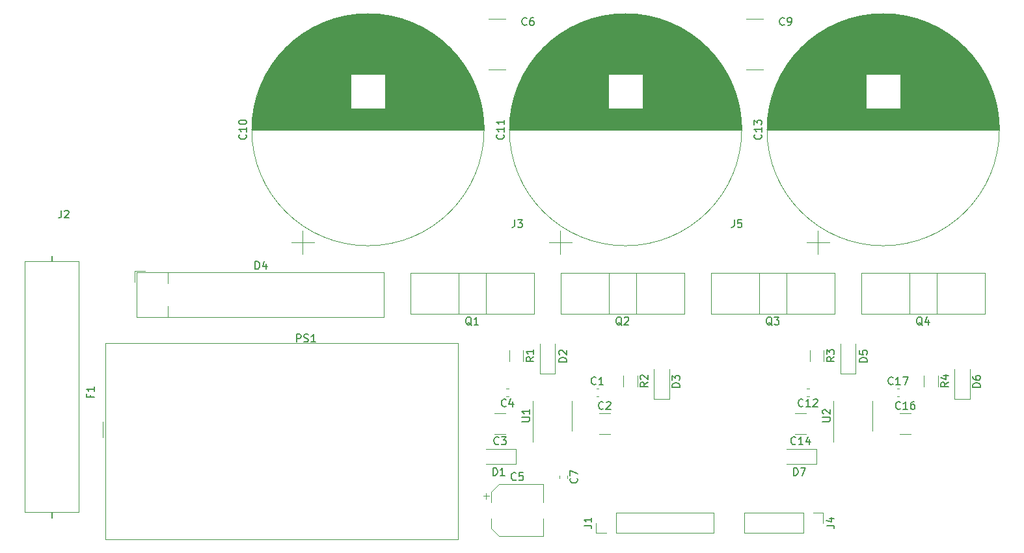
<source format=gbr>
%TF.GenerationSoftware,KiCad,Pcbnew,(5.1.9)-1*%
%TF.CreationDate,2021-03-07T17:17:19-08:00*%
%TF.ProjectId,VFD,5646442e-6b69-4636-9164-5f7063625858,1.0*%
%TF.SameCoordinates,PX50e7ea0PY815a420*%
%TF.FileFunction,Legend,Top*%
%TF.FilePolarity,Positive*%
%FSLAX46Y46*%
G04 Gerber Fmt 4.6, Leading zero omitted, Abs format (unit mm)*
G04 Created by KiCad (PCBNEW (5.1.9)-1) date 2021-03-07 17:17:19*
%MOMM*%
%LPD*%
G01*
G04 APERTURE LIST*
%ADD10C,0.120000*%
%ADD11C,0.150000*%
G04 APERTURE END LIST*
D10*
%TO.C,C10*%
X60586000Y54530000D02*
G75*
G03*
X60586000Y54530000I-15120000J0D01*
G01*
X30385000Y54530000D02*
X60547000Y54530000D01*
X30386000Y54570000D02*
X60546000Y54570000D01*
X30386000Y54610000D02*
X60546000Y54610000D01*
X30386000Y54650000D02*
X60546000Y54650000D01*
X30386000Y54690000D02*
X60546000Y54690000D01*
X30387000Y54730000D02*
X60545000Y54730000D01*
X30387000Y54770000D02*
X60545000Y54770000D01*
X30388000Y54810000D02*
X60544000Y54810000D01*
X30389000Y54850000D02*
X60543000Y54850000D01*
X30390000Y54890000D02*
X60542000Y54890000D01*
X30391000Y54930000D02*
X60541000Y54930000D01*
X30392000Y54970000D02*
X60540000Y54970000D01*
X30393000Y55010000D02*
X60539000Y55010000D01*
X30394000Y55050000D02*
X60538000Y55050000D01*
X30396000Y55090000D02*
X60536000Y55090000D01*
X30397000Y55130000D02*
X60535000Y55130000D01*
X30399000Y55170000D02*
X60533000Y55170000D01*
X30401000Y55210000D02*
X60531000Y55210000D01*
X30403000Y55251000D02*
X60529000Y55251000D01*
X30405000Y55291000D02*
X60527000Y55291000D01*
X30407000Y55331000D02*
X60525000Y55331000D01*
X30409000Y55371000D02*
X60523000Y55371000D01*
X30411000Y55411000D02*
X60521000Y55411000D01*
X30414000Y55451000D02*
X60518000Y55451000D01*
X30416000Y55491000D02*
X60516000Y55491000D01*
X30419000Y55531000D02*
X60513000Y55531000D01*
X30421000Y55571000D02*
X60511000Y55571000D01*
X30424000Y55611000D02*
X60508000Y55611000D01*
X30427000Y55651000D02*
X60505000Y55651000D01*
X30430000Y55691000D02*
X60502000Y55691000D01*
X30433000Y55731000D02*
X60499000Y55731000D01*
X30436000Y55771000D02*
X60496000Y55771000D01*
X30440000Y55811000D02*
X60492000Y55811000D01*
X30443000Y55851000D02*
X60489000Y55851000D01*
X30447000Y55891000D02*
X60485000Y55891000D01*
X30450000Y55931000D02*
X60482000Y55931000D01*
X30454000Y55971000D02*
X60478000Y55971000D01*
X30458000Y56011000D02*
X60474000Y56011000D01*
X30462000Y56051000D02*
X60470000Y56051000D01*
X30466000Y56091000D02*
X60466000Y56091000D01*
X30470000Y56131000D02*
X60462000Y56131000D01*
X30475000Y56171000D02*
X60457000Y56171000D01*
X30479000Y56211000D02*
X60453000Y56211000D01*
X30484000Y56251000D02*
X60448000Y56251000D01*
X30488000Y56291000D02*
X60444000Y56291000D01*
X30493000Y56331000D02*
X60439000Y56331000D01*
X30498000Y56371000D02*
X60434000Y56371000D01*
X30503000Y56411000D02*
X60429000Y56411000D01*
X30508000Y56451000D02*
X60424000Y56451000D01*
X30513000Y56491000D02*
X60419000Y56491000D01*
X30518000Y56531000D02*
X60414000Y56531000D01*
X30524000Y56571000D02*
X60408000Y56571000D01*
X30529000Y56611000D02*
X60403000Y56611000D01*
X30535000Y56651000D02*
X60397000Y56651000D01*
X30541000Y56691000D02*
X60391000Y56691000D01*
X30546000Y56731000D02*
X60386000Y56731000D01*
X30552000Y56771000D02*
X60380000Y56771000D01*
X30558000Y56811000D02*
X60374000Y56811000D01*
X30565000Y56851000D02*
X60367000Y56851000D01*
X30571000Y56891000D02*
X60361000Y56891000D01*
X30577000Y56931000D02*
X60355000Y56931000D01*
X30584000Y56971000D02*
X60348000Y56971000D01*
X30590000Y57011000D02*
X60342000Y57011000D01*
X30597000Y57051000D02*
X60335000Y57051000D01*
X30604000Y57091000D02*
X60328000Y57091000D01*
X30611000Y57131000D02*
X60321000Y57131000D01*
X30618000Y57171000D02*
X60314000Y57171000D01*
X30625000Y57211000D02*
X60307000Y57211000D01*
X30632000Y57251000D02*
X60300000Y57251000D01*
X30640000Y57291000D02*
X43226000Y57291000D01*
X47706000Y57291000D02*
X60292000Y57291000D01*
X30647000Y57331000D02*
X43226000Y57331000D01*
X47706000Y57331000D02*
X60285000Y57331000D01*
X30655000Y57371000D02*
X43226000Y57371000D01*
X47706000Y57371000D02*
X60277000Y57371000D01*
X30662000Y57411000D02*
X43226000Y57411000D01*
X47706000Y57411000D02*
X60270000Y57411000D01*
X30670000Y57451000D02*
X43226000Y57451000D01*
X47706000Y57451000D02*
X60262000Y57451000D01*
X30678000Y57491000D02*
X43226000Y57491000D01*
X47706000Y57491000D02*
X60254000Y57491000D01*
X30686000Y57531000D02*
X43226000Y57531000D01*
X47706000Y57531000D02*
X60246000Y57531000D01*
X30694000Y57571000D02*
X43226000Y57571000D01*
X47706000Y57571000D02*
X60238000Y57571000D01*
X30703000Y57611000D02*
X43226000Y57611000D01*
X47706000Y57611000D02*
X60229000Y57611000D01*
X30711000Y57651000D02*
X43226000Y57651000D01*
X47706000Y57651000D02*
X60221000Y57651000D01*
X30719000Y57691000D02*
X43226000Y57691000D01*
X47706000Y57691000D02*
X60213000Y57691000D01*
X30728000Y57731000D02*
X43226000Y57731000D01*
X47706000Y57731000D02*
X60204000Y57731000D01*
X30737000Y57771000D02*
X43226000Y57771000D01*
X47706000Y57771000D02*
X60195000Y57771000D01*
X30746000Y57811000D02*
X43226000Y57811000D01*
X47706000Y57811000D02*
X60186000Y57811000D01*
X30755000Y57851000D02*
X43226000Y57851000D01*
X47706000Y57851000D02*
X60177000Y57851000D01*
X30764000Y57891000D02*
X43226000Y57891000D01*
X47706000Y57891000D02*
X60168000Y57891000D01*
X30773000Y57931000D02*
X43226000Y57931000D01*
X47706000Y57931000D02*
X60159000Y57931000D01*
X30782000Y57971000D02*
X43226000Y57971000D01*
X47706000Y57971000D02*
X60150000Y57971000D01*
X30791000Y58011000D02*
X43226000Y58011000D01*
X47706000Y58011000D02*
X60141000Y58011000D01*
X30801000Y58051000D02*
X43226000Y58051000D01*
X47706000Y58051000D02*
X60131000Y58051000D01*
X30811000Y58091000D02*
X43226000Y58091000D01*
X47706000Y58091000D02*
X60121000Y58091000D01*
X30820000Y58131000D02*
X43226000Y58131000D01*
X47706000Y58131000D02*
X60112000Y58131000D01*
X30830000Y58171000D02*
X43226000Y58171000D01*
X47706000Y58171000D02*
X60102000Y58171000D01*
X30840000Y58211000D02*
X43226000Y58211000D01*
X47706000Y58211000D02*
X60092000Y58211000D01*
X30850000Y58251000D02*
X43226000Y58251000D01*
X47706000Y58251000D02*
X60082000Y58251000D01*
X30860000Y58291000D02*
X43226000Y58291000D01*
X47706000Y58291000D02*
X60072000Y58291000D01*
X30871000Y58331000D02*
X43226000Y58331000D01*
X47706000Y58331000D02*
X60061000Y58331000D01*
X30881000Y58371000D02*
X43226000Y58371000D01*
X47706000Y58371000D02*
X60051000Y58371000D01*
X30892000Y58411000D02*
X43226000Y58411000D01*
X47706000Y58411000D02*
X60040000Y58411000D01*
X30902000Y58451000D02*
X43226000Y58451000D01*
X47706000Y58451000D02*
X60030000Y58451000D01*
X30913000Y58491000D02*
X43226000Y58491000D01*
X47706000Y58491000D02*
X60019000Y58491000D01*
X30924000Y58531000D02*
X43226000Y58531000D01*
X47706000Y58531000D02*
X60008000Y58531000D01*
X30935000Y58571000D02*
X43226000Y58571000D01*
X47706000Y58571000D02*
X59997000Y58571000D01*
X30946000Y58611000D02*
X43226000Y58611000D01*
X47706000Y58611000D02*
X59986000Y58611000D01*
X30958000Y58651000D02*
X43226000Y58651000D01*
X47706000Y58651000D02*
X59974000Y58651000D01*
X30969000Y58691000D02*
X43226000Y58691000D01*
X47706000Y58691000D02*
X59963000Y58691000D01*
X30981000Y58731000D02*
X43226000Y58731000D01*
X47706000Y58731000D02*
X59951000Y58731000D01*
X30992000Y58771000D02*
X43226000Y58771000D01*
X47706000Y58771000D02*
X59940000Y58771000D01*
X31004000Y58811000D02*
X43226000Y58811000D01*
X47706000Y58811000D02*
X59928000Y58811000D01*
X31016000Y58851000D02*
X43226000Y58851000D01*
X47706000Y58851000D02*
X59916000Y58851000D01*
X31028000Y58891000D02*
X43226000Y58891000D01*
X47706000Y58891000D02*
X59904000Y58891000D01*
X31040000Y58931000D02*
X43226000Y58931000D01*
X47706000Y58931000D02*
X59892000Y58931000D01*
X31052000Y58971000D02*
X43226000Y58971000D01*
X47706000Y58971000D02*
X59880000Y58971000D01*
X31064000Y59011000D02*
X43226000Y59011000D01*
X47706000Y59011000D02*
X59868000Y59011000D01*
X31077000Y59051000D02*
X43226000Y59051000D01*
X47706000Y59051000D02*
X59855000Y59051000D01*
X31090000Y59091000D02*
X43226000Y59091000D01*
X47706000Y59091000D02*
X59842000Y59091000D01*
X31102000Y59131000D02*
X43226000Y59131000D01*
X47706000Y59131000D02*
X59830000Y59131000D01*
X31115000Y59171000D02*
X43226000Y59171000D01*
X47706000Y59171000D02*
X59817000Y59171000D01*
X31128000Y59211000D02*
X43226000Y59211000D01*
X47706000Y59211000D02*
X59804000Y59211000D01*
X31141000Y59251000D02*
X43226000Y59251000D01*
X47706000Y59251000D02*
X59791000Y59251000D01*
X31154000Y59291000D02*
X43226000Y59291000D01*
X47706000Y59291000D02*
X59778000Y59291000D01*
X31168000Y59331000D02*
X43226000Y59331000D01*
X47706000Y59331000D02*
X59764000Y59331000D01*
X31181000Y59371000D02*
X43226000Y59371000D01*
X47706000Y59371000D02*
X59751000Y59371000D01*
X31195000Y59411000D02*
X43226000Y59411000D01*
X47706000Y59411000D02*
X59737000Y59411000D01*
X31208000Y59451000D02*
X43226000Y59451000D01*
X47706000Y59451000D02*
X59724000Y59451000D01*
X31222000Y59491000D02*
X43226000Y59491000D01*
X47706000Y59491000D02*
X59710000Y59491000D01*
X31236000Y59531000D02*
X43226000Y59531000D01*
X47706000Y59531000D02*
X59696000Y59531000D01*
X31250000Y59571000D02*
X43226000Y59571000D01*
X47706000Y59571000D02*
X59682000Y59571000D01*
X31264000Y59611000D02*
X43226000Y59611000D01*
X47706000Y59611000D02*
X59668000Y59611000D01*
X31279000Y59651000D02*
X43226000Y59651000D01*
X47706000Y59651000D02*
X59653000Y59651000D01*
X31293000Y59691000D02*
X43226000Y59691000D01*
X47706000Y59691000D02*
X59639000Y59691000D01*
X31308000Y59731000D02*
X43226000Y59731000D01*
X47706000Y59731000D02*
X59624000Y59731000D01*
X31323000Y59771000D02*
X43226000Y59771000D01*
X47706000Y59771000D02*
X59609000Y59771000D01*
X31337000Y59811000D02*
X43226000Y59811000D01*
X47706000Y59811000D02*
X59595000Y59811000D01*
X31352000Y59851000D02*
X43226000Y59851000D01*
X47706000Y59851000D02*
X59580000Y59851000D01*
X31367000Y59891000D02*
X43226000Y59891000D01*
X47706000Y59891000D02*
X59565000Y59891000D01*
X31383000Y59931000D02*
X43226000Y59931000D01*
X47706000Y59931000D02*
X59549000Y59931000D01*
X31398000Y59971000D02*
X43226000Y59971000D01*
X47706000Y59971000D02*
X59534000Y59971000D01*
X31414000Y60011000D02*
X43226000Y60011000D01*
X47706000Y60011000D02*
X59518000Y60011000D01*
X31429000Y60051000D02*
X43226000Y60051000D01*
X47706000Y60051000D02*
X59503000Y60051000D01*
X31445000Y60091000D02*
X43226000Y60091000D01*
X47706000Y60091000D02*
X59487000Y60091000D01*
X31461000Y60131000D02*
X43226000Y60131000D01*
X47706000Y60131000D02*
X59471000Y60131000D01*
X31477000Y60171000D02*
X43226000Y60171000D01*
X47706000Y60171000D02*
X59455000Y60171000D01*
X31493000Y60211000D02*
X43226000Y60211000D01*
X47706000Y60211000D02*
X59439000Y60211000D01*
X31509000Y60251000D02*
X43226000Y60251000D01*
X47706000Y60251000D02*
X59423000Y60251000D01*
X31526000Y60291000D02*
X43226000Y60291000D01*
X47706000Y60291000D02*
X59406000Y60291000D01*
X31542000Y60331000D02*
X43226000Y60331000D01*
X47706000Y60331000D02*
X59390000Y60331000D01*
X31559000Y60371000D02*
X43226000Y60371000D01*
X47706000Y60371000D02*
X59373000Y60371000D01*
X31576000Y60411000D02*
X43226000Y60411000D01*
X47706000Y60411000D02*
X59356000Y60411000D01*
X31593000Y60451000D02*
X43226000Y60451000D01*
X47706000Y60451000D02*
X59339000Y60451000D01*
X31610000Y60491000D02*
X43226000Y60491000D01*
X47706000Y60491000D02*
X59322000Y60491000D01*
X31627000Y60531000D02*
X43226000Y60531000D01*
X47706000Y60531000D02*
X59305000Y60531000D01*
X31644000Y60571000D02*
X43226000Y60571000D01*
X47706000Y60571000D02*
X59288000Y60571000D01*
X31662000Y60611000D02*
X43226000Y60611000D01*
X47706000Y60611000D02*
X59270000Y60611000D01*
X31679000Y60651000D02*
X43226000Y60651000D01*
X47706000Y60651000D02*
X59253000Y60651000D01*
X31697000Y60691000D02*
X43226000Y60691000D01*
X47706000Y60691000D02*
X59235000Y60691000D01*
X31715000Y60731000D02*
X43226000Y60731000D01*
X47706000Y60731000D02*
X59217000Y60731000D01*
X31733000Y60771000D02*
X43226000Y60771000D01*
X47706000Y60771000D02*
X59199000Y60771000D01*
X31751000Y60811000D02*
X43226000Y60811000D01*
X47706000Y60811000D02*
X59181000Y60811000D01*
X31770000Y60851000D02*
X43226000Y60851000D01*
X47706000Y60851000D02*
X59162000Y60851000D01*
X31788000Y60891000D02*
X43226000Y60891000D01*
X47706000Y60891000D02*
X59144000Y60891000D01*
X31807000Y60931000D02*
X43226000Y60931000D01*
X47706000Y60931000D02*
X59125000Y60931000D01*
X31826000Y60971000D02*
X43226000Y60971000D01*
X47706000Y60971000D02*
X59106000Y60971000D01*
X31844000Y61011000D02*
X43226000Y61011000D01*
X47706000Y61011000D02*
X59088000Y61011000D01*
X31864000Y61051000D02*
X43226000Y61051000D01*
X47706000Y61051000D02*
X59068000Y61051000D01*
X31883000Y61091000D02*
X43226000Y61091000D01*
X47706000Y61091000D02*
X59049000Y61091000D01*
X31902000Y61131000D02*
X43226000Y61131000D01*
X47706000Y61131000D02*
X59030000Y61131000D01*
X31922000Y61171000D02*
X43226000Y61171000D01*
X47706000Y61171000D02*
X59010000Y61171000D01*
X31941000Y61211000D02*
X43226000Y61211000D01*
X47706000Y61211000D02*
X58991000Y61211000D01*
X31961000Y61251000D02*
X43226000Y61251000D01*
X47706000Y61251000D02*
X58971000Y61251000D01*
X31981000Y61291000D02*
X43226000Y61291000D01*
X47706000Y61291000D02*
X58951000Y61291000D01*
X32001000Y61331000D02*
X43226000Y61331000D01*
X47706000Y61331000D02*
X58931000Y61331000D01*
X32021000Y61371000D02*
X43226000Y61371000D01*
X47706000Y61371000D02*
X58911000Y61371000D01*
X32041000Y61411000D02*
X43226000Y61411000D01*
X47706000Y61411000D02*
X58891000Y61411000D01*
X32062000Y61451000D02*
X43226000Y61451000D01*
X47706000Y61451000D02*
X58870000Y61451000D01*
X32083000Y61491000D02*
X43226000Y61491000D01*
X47706000Y61491000D02*
X58849000Y61491000D01*
X32103000Y61531000D02*
X43226000Y61531000D01*
X47706000Y61531000D02*
X58829000Y61531000D01*
X32124000Y61571000D02*
X43226000Y61571000D01*
X47706000Y61571000D02*
X58808000Y61571000D01*
X32146000Y61611000D02*
X43226000Y61611000D01*
X47706000Y61611000D02*
X58786000Y61611000D01*
X32167000Y61651000D02*
X43226000Y61651000D01*
X47706000Y61651000D02*
X58765000Y61651000D01*
X32188000Y61691000D02*
X43226000Y61691000D01*
X47706000Y61691000D02*
X58744000Y61691000D01*
X32210000Y61731000D02*
X43226000Y61731000D01*
X47706000Y61731000D02*
X58722000Y61731000D01*
X32232000Y61771000D02*
X58700000Y61771000D01*
X32253000Y61811000D02*
X58679000Y61811000D01*
X32276000Y61851000D02*
X58656000Y61851000D01*
X32298000Y61891000D02*
X58634000Y61891000D01*
X32320000Y61931000D02*
X58612000Y61931000D01*
X32343000Y61971000D02*
X58589000Y61971000D01*
X32365000Y62011000D02*
X58567000Y62011000D01*
X32388000Y62051000D02*
X58544000Y62051000D01*
X32411000Y62091000D02*
X58521000Y62091000D01*
X32434000Y62131000D02*
X58498000Y62131000D01*
X32458000Y62171000D02*
X58474000Y62171000D01*
X32481000Y62211000D02*
X58451000Y62211000D01*
X32505000Y62251000D02*
X58427000Y62251000D01*
X32529000Y62291000D02*
X58403000Y62291000D01*
X32553000Y62331000D02*
X58379000Y62331000D01*
X32577000Y62371000D02*
X58355000Y62371000D01*
X32601000Y62411000D02*
X58331000Y62411000D01*
X32626000Y62451000D02*
X58306000Y62451000D01*
X32650000Y62491000D02*
X58282000Y62491000D01*
X32675000Y62531000D02*
X58257000Y62531000D01*
X32700000Y62571000D02*
X58232000Y62571000D01*
X32726000Y62611000D02*
X58206000Y62611000D01*
X32751000Y62651000D02*
X58181000Y62651000D01*
X32776000Y62691000D02*
X58156000Y62691000D01*
X32802000Y62730000D02*
X58130000Y62730000D01*
X32828000Y62770000D02*
X58104000Y62770000D01*
X32854000Y62810000D02*
X58078000Y62810000D01*
X32880000Y62850000D02*
X58052000Y62850000D01*
X32907000Y62890000D02*
X58025000Y62890000D01*
X32934000Y62930000D02*
X57998000Y62930000D01*
X32960000Y62970000D02*
X57972000Y62970000D01*
X32987000Y63010000D02*
X57945000Y63010000D01*
X33015000Y63050000D02*
X57917000Y63050000D01*
X33042000Y63090000D02*
X57890000Y63090000D01*
X33069000Y63130000D02*
X57863000Y63130000D01*
X33097000Y63170000D02*
X57835000Y63170000D01*
X33125000Y63210000D02*
X57807000Y63210000D01*
X33153000Y63250000D02*
X57779000Y63250000D01*
X33182000Y63290000D02*
X57750000Y63290000D01*
X33210000Y63330000D02*
X57722000Y63330000D01*
X33239000Y63370000D02*
X57693000Y63370000D01*
X33268000Y63410000D02*
X57664000Y63410000D01*
X33297000Y63450000D02*
X57635000Y63450000D01*
X33326000Y63490000D02*
X57606000Y63490000D01*
X33356000Y63530000D02*
X57576000Y63530000D01*
X33386000Y63570000D02*
X57546000Y63570000D01*
X33416000Y63610000D02*
X57516000Y63610000D01*
X33446000Y63650000D02*
X57486000Y63650000D01*
X33476000Y63690000D02*
X57456000Y63690000D01*
X33507000Y63730000D02*
X57425000Y63730000D01*
X33537000Y63770000D02*
X57395000Y63770000D01*
X33568000Y63810000D02*
X57364000Y63810000D01*
X33600000Y63850000D02*
X57332000Y63850000D01*
X33631000Y63890000D02*
X57301000Y63890000D01*
X33663000Y63930000D02*
X57269000Y63930000D01*
X33694000Y63970000D02*
X57238000Y63970000D01*
X33727000Y64010000D02*
X57205000Y64010000D01*
X33759000Y64050000D02*
X57173000Y64050000D01*
X33791000Y64090000D02*
X57141000Y64090000D01*
X33824000Y64130000D02*
X57108000Y64130000D01*
X33857000Y64170000D02*
X57075000Y64170000D01*
X33890000Y64210000D02*
X57042000Y64210000D01*
X33924000Y64250000D02*
X57008000Y64250000D01*
X33957000Y64290000D02*
X56975000Y64290000D01*
X33991000Y64330000D02*
X56941000Y64330000D01*
X34026000Y64370000D02*
X56906000Y64370000D01*
X34060000Y64410000D02*
X56872000Y64410000D01*
X34095000Y64450000D02*
X56837000Y64450000D01*
X34130000Y64490000D02*
X56802000Y64490000D01*
X34165000Y64530000D02*
X56767000Y64530000D01*
X34200000Y64570000D02*
X56732000Y64570000D01*
X34236000Y64610000D02*
X56696000Y64610000D01*
X34272000Y64650000D02*
X56660000Y64650000D01*
X34308000Y64690000D02*
X56624000Y64690000D01*
X34344000Y64730000D02*
X56588000Y64730000D01*
X34381000Y64770000D02*
X56551000Y64770000D01*
X34418000Y64810000D02*
X56514000Y64810000D01*
X34455000Y64850000D02*
X56477000Y64850000D01*
X34493000Y64890000D02*
X56439000Y64890000D01*
X34530000Y64930000D02*
X56402000Y64930000D01*
X34568000Y64970000D02*
X56364000Y64970000D01*
X34607000Y65010000D02*
X56325000Y65010000D01*
X34645000Y65050000D02*
X56287000Y65050000D01*
X34684000Y65090000D02*
X56248000Y65090000D01*
X34723000Y65130000D02*
X56209000Y65130000D01*
X34763000Y65170000D02*
X56169000Y65170000D01*
X34803000Y65210000D02*
X56129000Y65210000D01*
X34843000Y65250000D02*
X56089000Y65250000D01*
X34883000Y65290000D02*
X56049000Y65290000D01*
X34924000Y65330000D02*
X56008000Y65330000D01*
X34965000Y65370000D02*
X55967000Y65370000D01*
X35006000Y65410000D02*
X55926000Y65410000D01*
X35048000Y65450000D02*
X55884000Y65450000D01*
X35090000Y65490000D02*
X55842000Y65490000D01*
X35132000Y65530000D02*
X55800000Y65530000D01*
X35174000Y65570000D02*
X55758000Y65570000D01*
X35217000Y65610000D02*
X55715000Y65610000D01*
X35261000Y65650000D02*
X55671000Y65650000D01*
X35304000Y65690000D02*
X55628000Y65690000D01*
X35348000Y65730000D02*
X55584000Y65730000D01*
X35392000Y65770000D02*
X55540000Y65770000D01*
X35437000Y65810000D02*
X55495000Y65810000D01*
X35482000Y65850000D02*
X55450000Y65850000D01*
X35527000Y65890000D02*
X55405000Y65890000D01*
X35573000Y65930000D02*
X55359000Y65930000D01*
X35619000Y65970000D02*
X55313000Y65970000D01*
X35666000Y66010000D02*
X55266000Y66010000D01*
X35712000Y66050000D02*
X55220000Y66050000D01*
X35760000Y66090000D02*
X55172000Y66090000D01*
X35807000Y66130000D02*
X55125000Y66130000D01*
X35855000Y66170000D02*
X55077000Y66170000D01*
X35904000Y66210000D02*
X55028000Y66210000D01*
X35953000Y66250000D02*
X54979000Y66250000D01*
X36002000Y66290000D02*
X54930000Y66290000D01*
X36052000Y66330000D02*
X54880000Y66330000D01*
X36102000Y66370000D02*
X54830000Y66370000D01*
X36152000Y66410000D02*
X54780000Y66410000D01*
X36203000Y66450000D02*
X54729000Y66450000D01*
X36255000Y66490000D02*
X54677000Y66490000D01*
X36307000Y66530000D02*
X54625000Y66530000D01*
X36359000Y66570000D02*
X54573000Y66570000D01*
X36412000Y66610000D02*
X54520000Y66610000D01*
X36466000Y66650000D02*
X54466000Y66650000D01*
X36519000Y66690000D02*
X54413000Y66690000D01*
X36574000Y66730000D02*
X54358000Y66730000D01*
X36629000Y66770000D02*
X54303000Y66770000D01*
X36684000Y66810000D02*
X54248000Y66810000D01*
X36740000Y66850000D02*
X54192000Y66850000D01*
X36797000Y66890000D02*
X54135000Y66890000D01*
X36854000Y66930000D02*
X54078000Y66930000D01*
X36911000Y66970000D02*
X54021000Y66970000D01*
X36969000Y67010000D02*
X53963000Y67010000D01*
X37028000Y67050000D02*
X53904000Y67050000D01*
X37088000Y67090000D02*
X53844000Y67090000D01*
X37148000Y67130000D02*
X53784000Y67130000D01*
X37208000Y67170000D02*
X53724000Y67170000D01*
X37269000Y67210000D02*
X53663000Y67210000D01*
X37331000Y67250000D02*
X53601000Y67250000D01*
X37394000Y67290000D02*
X53538000Y67290000D01*
X37457000Y67330000D02*
X53475000Y67330000D01*
X37521000Y67370000D02*
X53411000Y67370000D01*
X37586000Y67410000D02*
X53346000Y67410000D01*
X37651000Y67450000D02*
X53281000Y67450000D01*
X37718000Y67490000D02*
X53214000Y67490000D01*
X37784000Y67530000D02*
X53148000Y67530000D01*
X37852000Y67570000D02*
X53080000Y67570000D01*
X37921000Y67610000D02*
X53011000Y67610000D01*
X37990000Y67650000D02*
X52942000Y67650000D01*
X38060000Y67690000D02*
X52872000Y67690000D01*
X38132000Y67730000D02*
X52800000Y67730000D01*
X38204000Y67770000D02*
X52728000Y67770000D01*
X38277000Y67810000D02*
X52655000Y67810000D01*
X38351000Y67850000D02*
X52581000Y67850000D01*
X38426000Y67890000D02*
X52506000Y67890000D01*
X38502000Y67930000D02*
X52430000Y67930000D01*
X38579000Y67970000D02*
X52353000Y67970000D01*
X38657000Y68010000D02*
X52275000Y68010000D01*
X38736000Y68050000D02*
X52196000Y68050000D01*
X38817000Y68090000D02*
X52115000Y68090000D01*
X38898000Y68130000D02*
X52034000Y68130000D01*
X38981000Y68170000D02*
X51951000Y68170000D01*
X39066000Y68210000D02*
X51866000Y68210000D01*
X39151000Y68250000D02*
X51781000Y68250000D01*
X39238000Y68290000D02*
X51694000Y68290000D01*
X39327000Y68330000D02*
X51605000Y68330000D01*
X39417000Y68370000D02*
X51515000Y68370000D01*
X39509000Y68410000D02*
X51423000Y68410000D01*
X39602000Y68450000D02*
X51330000Y68450000D01*
X39698000Y68490000D02*
X51234000Y68490000D01*
X39795000Y68530000D02*
X51137000Y68530000D01*
X39894000Y68570000D02*
X51038000Y68570000D01*
X39995000Y68610000D02*
X50937000Y68610000D01*
X40098000Y68650000D02*
X50834000Y68650000D01*
X40204000Y68690000D02*
X50728000Y68690000D01*
X40312000Y68730000D02*
X50620000Y68730000D01*
X40423000Y68770000D02*
X50509000Y68770000D01*
X40536000Y68810000D02*
X50396000Y68810000D01*
X40652000Y68850000D02*
X50280000Y68850000D01*
X40772000Y68890000D02*
X50160000Y68890000D01*
X40895000Y68930000D02*
X50037000Y68930000D01*
X41022000Y68970000D02*
X49910000Y68970000D01*
X41153000Y69010000D02*
X49779000Y69010000D01*
X41288000Y69050000D02*
X49644000Y69050000D01*
X41429000Y69090000D02*
X49503000Y69090000D01*
X41574000Y69130000D02*
X49358000Y69130000D01*
X41726000Y69170000D02*
X49206000Y69170000D01*
X41884000Y69210000D02*
X49048000Y69210000D01*
X42051000Y69250000D02*
X48881000Y69250000D01*
X42226000Y69290000D02*
X48706000Y69290000D01*
X42411000Y69330000D02*
X48521000Y69330000D01*
X42609000Y69370000D02*
X48323000Y69370000D01*
X42822000Y69410000D02*
X48110000Y69410000D01*
X43054000Y69450000D02*
X47878000Y69450000D01*
X43312000Y69490000D02*
X47620000Y69490000D01*
X43604000Y69530000D02*
X47328000Y69530000D01*
X43952000Y69570000D02*
X46980000Y69570000D01*
X44406000Y69610000D02*
X46526000Y69610000D01*
X45426000Y69650000D02*
X45506000Y69650000D01*
X36991000Y38350869D02*
X36991000Y41350869D01*
X35491000Y39850869D02*
X38491000Y39850869D01*
%TO.C,R1*%
X65680000Y25811564D02*
X65680000Y24357436D01*
X63860000Y25811564D02*
X63860000Y24357436D01*
%TO.C,D7*%
X103851000Y10938000D02*
X99951000Y10938000D01*
X103851000Y12938000D02*
X99951000Y12938000D01*
X103851000Y10938000D02*
X103851000Y12938000D01*
%TO.C,D5*%
X106950000Y22768000D02*
X106950000Y26668000D01*
X108950000Y22768000D02*
X108950000Y26668000D01*
X106950000Y22768000D02*
X108950000Y22768000D01*
%TO.C,D6*%
X121809000Y19466000D02*
X121809000Y23366000D01*
X123809000Y19466000D02*
X123809000Y23366000D01*
X121809000Y19466000D02*
X123809000Y19466000D01*
%TO.C,U2*%
X106025000Y17272000D02*
X106025000Y13822000D01*
X106025000Y17272000D02*
X106025000Y19222000D01*
X111145000Y17272000D02*
X111145000Y15322000D01*
X111145000Y17272000D02*
X111145000Y19222000D01*
%TO.C,Q3*%
X96355000Y30569000D02*
X96355000Y35840000D01*
X99964000Y30569000D02*
X99964000Y35840000D01*
X90090000Y30569000D02*
X90090000Y35840000D01*
X106230000Y30569000D02*
X106230000Y35840000D01*
X106230000Y35840000D02*
X90090000Y35840000D01*
X106230000Y30569000D02*
X90090000Y30569000D01*
%TO.C,Q4*%
X115913000Y30569000D02*
X115913000Y35840000D01*
X119522000Y30569000D02*
X119522000Y35840000D01*
X109648000Y30569000D02*
X109648000Y35840000D01*
X125788000Y30569000D02*
X125788000Y35840000D01*
X125788000Y35840000D02*
X109648000Y35840000D01*
X125788000Y30569000D02*
X109648000Y30569000D01*
%TO.C,R3*%
X102976000Y25811564D02*
X102976000Y24357436D01*
X104796000Y25811564D02*
X104796000Y24357436D01*
%TO.C,R4*%
X117835000Y22509564D02*
X117835000Y21055436D01*
X119655000Y22509564D02*
X119655000Y21055436D01*
%TO.C,C16*%
X114682748Y14896000D02*
X116105252Y14896000D01*
X114682748Y17616000D02*
X116105252Y17616000D01*
%TO.C,C17*%
X114299420Y19810000D02*
X114580580Y19810000D01*
X114299420Y20830000D02*
X114580580Y20830000D01*
%TO.C,C14*%
X102487252Y17616000D02*
X101064748Y17616000D01*
X102487252Y14896000D02*
X101064748Y14896000D01*
%TO.C,C12*%
X102870580Y20830000D02*
X102589420Y20830000D01*
X102870580Y19810000D02*
X102589420Y19810000D01*
%TO.C,R2*%
X80539000Y22509564D02*
X80539000Y21055436D01*
X78719000Y22509564D02*
X78719000Y21055436D01*
%TO.C,U1*%
X72029000Y17272000D02*
X72029000Y19222000D01*
X72029000Y17272000D02*
X72029000Y15322000D01*
X66909000Y17272000D02*
X66909000Y19222000D01*
X66909000Y17272000D02*
X66909000Y13822000D01*
%TO.C,Q2*%
X86672000Y30569000D02*
X70532000Y30569000D01*
X86672000Y35840000D02*
X70532000Y35840000D01*
X86672000Y30569000D02*
X86672000Y35840000D01*
X70532000Y30569000D02*
X70532000Y35840000D01*
X80406000Y30569000D02*
X80406000Y35840000D01*
X76797000Y30569000D02*
X76797000Y35840000D01*
%TO.C,Q1*%
X67114000Y30569000D02*
X50974000Y30569000D01*
X67114000Y35840000D02*
X50974000Y35840000D01*
X67114000Y30569000D02*
X67114000Y35840000D01*
X50974000Y30569000D02*
X50974000Y35840000D01*
X60848000Y30569000D02*
X60848000Y35840000D01*
X57239000Y30569000D02*
X57239000Y35840000D01*
%TO.C,PS1*%
X10986000Y16450000D02*
X10986000Y14450000D01*
X57186000Y26750000D02*
X57186000Y1150000D01*
X11286000Y26750000D02*
X57186000Y26750000D01*
X11286000Y1150000D02*
X57186000Y1150000D01*
X11286000Y26750000D02*
X11286000Y1150000D01*
%TO.C,J4*%
X94428000Y4632000D02*
X94428000Y1972000D01*
X102108000Y4632000D02*
X94428000Y4632000D01*
X102108000Y1972000D02*
X94428000Y1972000D01*
X102108000Y4632000D02*
X102108000Y1972000D01*
X103378000Y4632000D02*
X104708000Y4632000D01*
X104708000Y4632000D02*
X104708000Y3302000D01*
%TO.C,J1*%
X90484000Y1972000D02*
X90484000Y4632000D01*
X77724000Y1972000D02*
X90484000Y1972000D01*
X77724000Y4632000D02*
X90484000Y4632000D01*
X77724000Y1972000D02*
X77724000Y4632000D01*
X76454000Y1972000D02*
X75124000Y1972000D01*
X75124000Y1972000D02*
X75124000Y3302000D01*
D11*
%TO.C,F1*%
X4318000Y37360000D02*
X4318000Y38040000D01*
X4318000Y3940000D02*
X4318000Y4720000D01*
D10*
X818000Y4720000D02*
X818000Y37360000D01*
X818000Y4720000D02*
X7818000Y4720000D01*
X7818000Y37360000D02*
X818000Y37360000D01*
X7818000Y4720000D02*
X7818000Y37360000D01*
%TO.C,D4*%
X15142000Y36120000D02*
X16442000Y36120000D01*
X15142000Y34720000D02*
X15142000Y36120000D01*
X19392000Y30120000D02*
X19392000Y31520000D01*
X19392000Y35920000D02*
X19392000Y34520000D01*
X15342000Y35920000D02*
X47542000Y35920000D01*
X15342000Y30120000D02*
X15342000Y35920000D01*
X47542000Y30120000D02*
X15342000Y30120000D01*
X47542000Y35920000D02*
X47542000Y30120000D01*
%TO.C,D3*%
X82693000Y19466000D02*
X84693000Y19466000D01*
X84693000Y19466000D02*
X84693000Y23366000D01*
X82693000Y19466000D02*
X82693000Y23366000D01*
%TO.C,D2*%
X67834000Y22768000D02*
X69834000Y22768000D01*
X69834000Y22768000D02*
X69834000Y26668000D01*
X67834000Y22768000D02*
X67834000Y26668000D01*
%TO.C,D1*%
X64735000Y10938000D02*
X64735000Y12938000D01*
X64735000Y12938000D02*
X60835000Y12938000D01*
X64735000Y10938000D02*
X60835000Y10938000D01*
%TO.C,C13*%
X127642000Y54530000D02*
G75*
G03*
X127642000Y54530000I-15120000J0D01*
G01*
X97441000Y54530000D02*
X127603000Y54530000D01*
X97442000Y54570000D02*
X127602000Y54570000D01*
X97442000Y54610000D02*
X127602000Y54610000D01*
X97442000Y54650000D02*
X127602000Y54650000D01*
X97442000Y54690000D02*
X127602000Y54690000D01*
X97443000Y54730000D02*
X127601000Y54730000D01*
X97443000Y54770000D02*
X127601000Y54770000D01*
X97444000Y54810000D02*
X127600000Y54810000D01*
X97445000Y54850000D02*
X127599000Y54850000D01*
X97446000Y54890000D02*
X127598000Y54890000D01*
X97447000Y54930000D02*
X127597000Y54930000D01*
X97448000Y54970000D02*
X127596000Y54970000D01*
X97449000Y55010000D02*
X127595000Y55010000D01*
X97450000Y55050000D02*
X127594000Y55050000D01*
X97452000Y55090000D02*
X127592000Y55090000D01*
X97453000Y55130000D02*
X127591000Y55130000D01*
X97455000Y55170000D02*
X127589000Y55170000D01*
X97457000Y55210000D02*
X127587000Y55210000D01*
X97459000Y55251000D02*
X127585000Y55251000D01*
X97461000Y55291000D02*
X127583000Y55291000D01*
X97463000Y55331000D02*
X127581000Y55331000D01*
X97465000Y55371000D02*
X127579000Y55371000D01*
X97467000Y55411000D02*
X127577000Y55411000D01*
X97470000Y55451000D02*
X127574000Y55451000D01*
X97472000Y55491000D02*
X127572000Y55491000D01*
X97475000Y55531000D02*
X127569000Y55531000D01*
X97477000Y55571000D02*
X127567000Y55571000D01*
X97480000Y55611000D02*
X127564000Y55611000D01*
X97483000Y55651000D02*
X127561000Y55651000D01*
X97486000Y55691000D02*
X127558000Y55691000D01*
X97489000Y55731000D02*
X127555000Y55731000D01*
X97492000Y55771000D02*
X127552000Y55771000D01*
X97496000Y55811000D02*
X127548000Y55811000D01*
X97499000Y55851000D02*
X127545000Y55851000D01*
X97503000Y55891000D02*
X127541000Y55891000D01*
X97506000Y55931000D02*
X127538000Y55931000D01*
X97510000Y55971000D02*
X127534000Y55971000D01*
X97514000Y56011000D02*
X127530000Y56011000D01*
X97518000Y56051000D02*
X127526000Y56051000D01*
X97522000Y56091000D02*
X127522000Y56091000D01*
X97526000Y56131000D02*
X127518000Y56131000D01*
X97531000Y56171000D02*
X127513000Y56171000D01*
X97535000Y56211000D02*
X127509000Y56211000D01*
X97540000Y56251000D02*
X127504000Y56251000D01*
X97544000Y56291000D02*
X127500000Y56291000D01*
X97549000Y56331000D02*
X127495000Y56331000D01*
X97554000Y56371000D02*
X127490000Y56371000D01*
X97559000Y56411000D02*
X127485000Y56411000D01*
X97564000Y56451000D02*
X127480000Y56451000D01*
X97569000Y56491000D02*
X127475000Y56491000D01*
X97574000Y56531000D02*
X127470000Y56531000D01*
X97580000Y56571000D02*
X127464000Y56571000D01*
X97585000Y56611000D02*
X127459000Y56611000D01*
X97591000Y56651000D02*
X127453000Y56651000D01*
X97597000Y56691000D02*
X127447000Y56691000D01*
X97602000Y56731000D02*
X127442000Y56731000D01*
X97608000Y56771000D02*
X127436000Y56771000D01*
X97614000Y56811000D02*
X127430000Y56811000D01*
X97621000Y56851000D02*
X127423000Y56851000D01*
X97627000Y56891000D02*
X127417000Y56891000D01*
X97633000Y56931000D02*
X127411000Y56931000D01*
X97640000Y56971000D02*
X127404000Y56971000D01*
X97646000Y57011000D02*
X127398000Y57011000D01*
X97653000Y57051000D02*
X127391000Y57051000D01*
X97660000Y57091000D02*
X127384000Y57091000D01*
X97667000Y57131000D02*
X127377000Y57131000D01*
X97674000Y57171000D02*
X127370000Y57171000D01*
X97681000Y57211000D02*
X127363000Y57211000D01*
X97688000Y57251000D02*
X127356000Y57251000D01*
X97696000Y57291000D02*
X110282000Y57291000D01*
X114762000Y57291000D02*
X127348000Y57291000D01*
X97703000Y57331000D02*
X110282000Y57331000D01*
X114762000Y57331000D02*
X127341000Y57331000D01*
X97711000Y57371000D02*
X110282000Y57371000D01*
X114762000Y57371000D02*
X127333000Y57371000D01*
X97718000Y57411000D02*
X110282000Y57411000D01*
X114762000Y57411000D02*
X127326000Y57411000D01*
X97726000Y57451000D02*
X110282000Y57451000D01*
X114762000Y57451000D02*
X127318000Y57451000D01*
X97734000Y57491000D02*
X110282000Y57491000D01*
X114762000Y57491000D02*
X127310000Y57491000D01*
X97742000Y57531000D02*
X110282000Y57531000D01*
X114762000Y57531000D02*
X127302000Y57531000D01*
X97750000Y57571000D02*
X110282000Y57571000D01*
X114762000Y57571000D02*
X127294000Y57571000D01*
X97759000Y57611000D02*
X110282000Y57611000D01*
X114762000Y57611000D02*
X127285000Y57611000D01*
X97767000Y57651000D02*
X110282000Y57651000D01*
X114762000Y57651000D02*
X127277000Y57651000D01*
X97775000Y57691000D02*
X110282000Y57691000D01*
X114762000Y57691000D02*
X127269000Y57691000D01*
X97784000Y57731000D02*
X110282000Y57731000D01*
X114762000Y57731000D02*
X127260000Y57731000D01*
X97793000Y57771000D02*
X110282000Y57771000D01*
X114762000Y57771000D02*
X127251000Y57771000D01*
X97802000Y57811000D02*
X110282000Y57811000D01*
X114762000Y57811000D02*
X127242000Y57811000D01*
X97811000Y57851000D02*
X110282000Y57851000D01*
X114762000Y57851000D02*
X127233000Y57851000D01*
X97820000Y57891000D02*
X110282000Y57891000D01*
X114762000Y57891000D02*
X127224000Y57891000D01*
X97829000Y57931000D02*
X110282000Y57931000D01*
X114762000Y57931000D02*
X127215000Y57931000D01*
X97838000Y57971000D02*
X110282000Y57971000D01*
X114762000Y57971000D02*
X127206000Y57971000D01*
X97847000Y58011000D02*
X110282000Y58011000D01*
X114762000Y58011000D02*
X127197000Y58011000D01*
X97857000Y58051000D02*
X110282000Y58051000D01*
X114762000Y58051000D02*
X127187000Y58051000D01*
X97867000Y58091000D02*
X110282000Y58091000D01*
X114762000Y58091000D02*
X127177000Y58091000D01*
X97876000Y58131000D02*
X110282000Y58131000D01*
X114762000Y58131000D02*
X127168000Y58131000D01*
X97886000Y58171000D02*
X110282000Y58171000D01*
X114762000Y58171000D02*
X127158000Y58171000D01*
X97896000Y58211000D02*
X110282000Y58211000D01*
X114762000Y58211000D02*
X127148000Y58211000D01*
X97906000Y58251000D02*
X110282000Y58251000D01*
X114762000Y58251000D02*
X127138000Y58251000D01*
X97916000Y58291000D02*
X110282000Y58291000D01*
X114762000Y58291000D02*
X127128000Y58291000D01*
X97927000Y58331000D02*
X110282000Y58331000D01*
X114762000Y58331000D02*
X127117000Y58331000D01*
X97937000Y58371000D02*
X110282000Y58371000D01*
X114762000Y58371000D02*
X127107000Y58371000D01*
X97948000Y58411000D02*
X110282000Y58411000D01*
X114762000Y58411000D02*
X127096000Y58411000D01*
X97958000Y58451000D02*
X110282000Y58451000D01*
X114762000Y58451000D02*
X127086000Y58451000D01*
X97969000Y58491000D02*
X110282000Y58491000D01*
X114762000Y58491000D02*
X127075000Y58491000D01*
X97980000Y58531000D02*
X110282000Y58531000D01*
X114762000Y58531000D02*
X127064000Y58531000D01*
X97991000Y58571000D02*
X110282000Y58571000D01*
X114762000Y58571000D02*
X127053000Y58571000D01*
X98002000Y58611000D02*
X110282000Y58611000D01*
X114762000Y58611000D02*
X127042000Y58611000D01*
X98014000Y58651000D02*
X110282000Y58651000D01*
X114762000Y58651000D02*
X127030000Y58651000D01*
X98025000Y58691000D02*
X110282000Y58691000D01*
X114762000Y58691000D02*
X127019000Y58691000D01*
X98037000Y58731000D02*
X110282000Y58731000D01*
X114762000Y58731000D02*
X127007000Y58731000D01*
X98048000Y58771000D02*
X110282000Y58771000D01*
X114762000Y58771000D02*
X126996000Y58771000D01*
X98060000Y58811000D02*
X110282000Y58811000D01*
X114762000Y58811000D02*
X126984000Y58811000D01*
X98072000Y58851000D02*
X110282000Y58851000D01*
X114762000Y58851000D02*
X126972000Y58851000D01*
X98084000Y58891000D02*
X110282000Y58891000D01*
X114762000Y58891000D02*
X126960000Y58891000D01*
X98096000Y58931000D02*
X110282000Y58931000D01*
X114762000Y58931000D02*
X126948000Y58931000D01*
X98108000Y58971000D02*
X110282000Y58971000D01*
X114762000Y58971000D02*
X126936000Y58971000D01*
X98120000Y59011000D02*
X110282000Y59011000D01*
X114762000Y59011000D02*
X126924000Y59011000D01*
X98133000Y59051000D02*
X110282000Y59051000D01*
X114762000Y59051000D02*
X126911000Y59051000D01*
X98146000Y59091000D02*
X110282000Y59091000D01*
X114762000Y59091000D02*
X126898000Y59091000D01*
X98158000Y59131000D02*
X110282000Y59131000D01*
X114762000Y59131000D02*
X126886000Y59131000D01*
X98171000Y59171000D02*
X110282000Y59171000D01*
X114762000Y59171000D02*
X126873000Y59171000D01*
X98184000Y59211000D02*
X110282000Y59211000D01*
X114762000Y59211000D02*
X126860000Y59211000D01*
X98197000Y59251000D02*
X110282000Y59251000D01*
X114762000Y59251000D02*
X126847000Y59251000D01*
X98210000Y59291000D02*
X110282000Y59291000D01*
X114762000Y59291000D02*
X126834000Y59291000D01*
X98224000Y59331000D02*
X110282000Y59331000D01*
X114762000Y59331000D02*
X126820000Y59331000D01*
X98237000Y59371000D02*
X110282000Y59371000D01*
X114762000Y59371000D02*
X126807000Y59371000D01*
X98251000Y59411000D02*
X110282000Y59411000D01*
X114762000Y59411000D02*
X126793000Y59411000D01*
X98264000Y59451000D02*
X110282000Y59451000D01*
X114762000Y59451000D02*
X126780000Y59451000D01*
X98278000Y59491000D02*
X110282000Y59491000D01*
X114762000Y59491000D02*
X126766000Y59491000D01*
X98292000Y59531000D02*
X110282000Y59531000D01*
X114762000Y59531000D02*
X126752000Y59531000D01*
X98306000Y59571000D02*
X110282000Y59571000D01*
X114762000Y59571000D02*
X126738000Y59571000D01*
X98320000Y59611000D02*
X110282000Y59611000D01*
X114762000Y59611000D02*
X126724000Y59611000D01*
X98335000Y59651000D02*
X110282000Y59651000D01*
X114762000Y59651000D02*
X126709000Y59651000D01*
X98349000Y59691000D02*
X110282000Y59691000D01*
X114762000Y59691000D02*
X126695000Y59691000D01*
X98364000Y59731000D02*
X110282000Y59731000D01*
X114762000Y59731000D02*
X126680000Y59731000D01*
X98379000Y59771000D02*
X110282000Y59771000D01*
X114762000Y59771000D02*
X126665000Y59771000D01*
X98393000Y59811000D02*
X110282000Y59811000D01*
X114762000Y59811000D02*
X126651000Y59811000D01*
X98408000Y59851000D02*
X110282000Y59851000D01*
X114762000Y59851000D02*
X126636000Y59851000D01*
X98423000Y59891000D02*
X110282000Y59891000D01*
X114762000Y59891000D02*
X126621000Y59891000D01*
X98439000Y59931000D02*
X110282000Y59931000D01*
X114762000Y59931000D02*
X126605000Y59931000D01*
X98454000Y59971000D02*
X110282000Y59971000D01*
X114762000Y59971000D02*
X126590000Y59971000D01*
X98470000Y60011000D02*
X110282000Y60011000D01*
X114762000Y60011000D02*
X126574000Y60011000D01*
X98485000Y60051000D02*
X110282000Y60051000D01*
X114762000Y60051000D02*
X126559000Y60051000D01*
X98501000Y60091000D02*
X110282000Y60091000D01*
X114762000Y60091000D02*
X126543000Y60091000D01*
X98517000Y60131000D02*
X110282000Y60131000D01*
X114762000Y60131000D02*
X126527000Y60131000D01*
X98533000Y60171000D02*
X110282000Y60171000D01*
X114762000Y60171000D02*
X126511000Y60171000D01*
X98549000Y60211000D02*
X110282000Y60211000D01*
X114762000Y60211000D02*
X126495000Y60211000D01*
X98565000Y60251000D02*
X110282000Y60251000D01*
X114762000Y60251000D02*
X126479000Y60251000D01*
X98582000Y60291000D02*
X110282000Y60291000D01*
X114762000Y60291000D02*
X126462000Y60291000D01*
X98598000Y60331000D02*
X110282000Y60331000D01*
X114762000Y60331000D02*
X126446000Y60331000D01*
X98615000Y60371000D02*
X110282000Y60371000D01*
X114762000Y60371000D02*
X126429000Y60371000D01*
X98632000Y60411000D02*
X110282000Y60411000D01*
X114762000Y60411000D02*
X126412000Y60411000D01*
X98649000Y60451000D02*
X110282000Y60451000D01*
X114762000Y60451000D02*
X126395000Y60451000D01*
X98666000Y60491000D02*
X110282000Y60491000D01*
X114762000Y60491000D02*
X126378000Y60491000D01*
X98683000Y60531000D02*
X110282000Y60531000D01*
X114762000Y60531000D02*
X126361000Y60531000D01*
X98700000Y60571000D02*
X110282000Y60571000D01*
X114762000Y60571000D02*
X126344000Y60571000D01*
X98718000Y60611000D02*
X110282000Y60611000D01*
X114762000Y60611000D02*
X126326000Y60611000D01*
X98735000Y60651000D02*
X110282000Y60651000D01*
X114762000Y60651000D02*
X126309000Y60651000D01*
X98753000Y60691000D02*
X110282000Y60691000D01*
X114762000Y60691000D02*
X126291000Y60691000D01*
X98771000Y60731000D02*
X110282000Y60731000D01*
X114762000Y60731000D02*
X126273000Y60731000D01*
X98789000Y60771000D02*
X110282000Y60771000D01*
X114762000Y60771000D02*
X126255000Y60771000D01*
X98807000Y60811000D02*
X110282000Y60811000D01*
X114762000Y60811000D02*
X126237000Y60811000D01*
X98826000Y60851000D02*
X110282000Y60851000D01*
X114762000Y60851000D02*
X126218000Y60851000D01*
X98844000Y60891000D02*
X110282000Y60891000D01*
X114762000Y60891000D02*
X126200000Y60891000D01*
X98863000Y60931000D02*
X110282000Y60931000D01*
X114762000Y60931000D02*
X126181000Y60931000D01*
X98882000Y60971000D02*
X110282000Y60971000D01*
X114762000Y60971000D02*
X126162000Y60971000D01*
X98900000Y61011000D02*
X110282000Y61011000D01*
X114762000Y61011000D02*
X126144000Y61011000D01*
X98920000Y61051000D02*
X110282000Y61051000D01*
X114762000Y61051000D02*
X126124000Y61051000D01*
X98939000Y61091000D02*
X110282000Y61091000D01*
X114762000Y61091000D02*
X126105000Y61091000D01*
X98958000Y61131000D02*
X110282000Y61131000D01*
X114762000Y61131000D02*
X126086000Y61131000D01*
X98978000Y61171000D02*
X110282000Y61171000D01*
X114762000Y61171000D02*
X126066000Y61171000D01*
X98997000Y61211000D02*
X110282000Y61211000D01*
X114762000Y61211000D02*
X126047000Y61211000D01*
X99017000Y61251000D02*
X110282000Y61251000D01*
X114762000Y61251000D02*
X126027000Y61251000D01*
X99037000Y61291000D02*
X110282000Y61291000D01*
X114762000Y61291000D02*
X126007000Y61291000D01*
X99057000Y61331000D02*
X110282000Y61331000D01*
X114762000Y61331000D02*
X125987000Y61331000D01*
X99077000Y61371000D02*
X110282000Y61371000D01*
X114762000Y61371000D02*
X125967000Y61371000D01*
X99097000Y61411000D02*
X110282000Y61411000D01*
X114762000Y61411000D02*
X125947000Y61411000D01*
X99118000Y61451000D02*
X110282000Y61451000D01*
X114762000Y61451000D02*
X125926000Y61451000D01*
X99139000Y61491000D02*
X110282000Y61491000D01*
X114762000Y61491000D02*
X125905000Y61491000D01*
X99159000Y61531000D02*
X110282000Y61531000D01*
X114762000Y61531000D02*
X125885000Y61531000D01*
X99180000Y61571000D02*
X110282000Y61571000D01*
X114762000Y61571000D02*
X125864000Y61571000D01*
X99202000Y61611000D02*
X110282000Y61611000D01*
X114762000Y61611000D02*
X125842000Y61611000D01*
X99223000Y61651000D02*
X110282000Y61651000D01*
X114762000Y61651000D02*
X125821000Y61651000D01*
X99244000Y61691000D02*
X110282000Y61691000D01*
X114762000Y61691000D02*
X125800000Y61691000D01*
X99266000Y61731000D02*
X110282000Y61731000D01*
X114762000Y61731000D02*
X125778000Y61731000D01*
X99288000Y61771000D02*
X125756000Y61771000D01*
X99309000Y61811000D02*
X125735000Y61811000D01*
X99332000Y61851000D02*
X125712000Y61851000D01*
X99354000Y61891000D02*
X125690000Y61891000D01*
X99376000Y61931000D02*
X125668000Y61931000D01*
X99399000Y61971000D02*
X125645000Y61971000D01*
X99421000Y62011000D02*
X125623000Y62011000D01*
X99444000Y62051000D02*
X125600000Y62051000D01*
X99467000Y62091000D02*
X125577000Y62091000D01*
X99490000Y62131000D02*
X125554000Y62131000D01*
X99514000Y62171000D02*
X125530000Y62171000D01*
X99537000Y62211000D02*
X125507000Y62211000D01*
X99561000Y62251000D02*
X125483000Y62251000D01*
X99585000Y62291000D02*
X125459000Y62291000D01*
X99609000Y62331000D02*
X125435000Y62331000D01*
X99633000Y62371000D02*
X125411000Y62371000D01*
X99657000Y62411000D02*
X125387000Y62411000D01*
X99682000Y62451000D02*
X125362000Y62451000D01*
X99706000Y62491000D02*
X125338000Y62491000D01*
X99731000Y62531000D02*
X125313000Y62531000D01*
X99756000Y62571000D02*
X125288000Y62571000D01*
X99782000Y62611000D02*
X125262000Y62611000D01*
X99807000Y62651000D02*
X125237000Y62651000D01*
X99832000Y62691000D02*
X125212000Y62691000D01*
X99858000Y62730000D02*
X125186000Y62730000D01*
X99884000Y62770000D02*
X125160000Y62770000D01*
X99910000Y62810000D02*
X125134000Y62810000D01*
X99936000Y62850000D02*
X125108000Y62850000D01*
X99963000Y62890000D02*
X125081000Y62890000D01*
X99990000Y62930000D02*
X125054000Y62930000D01*
X100016000Y62970000D02*
X125028000Y62970000D01*
X100043000Y63010000D02*
X125001000Y63010000D01*
X100071000Y63050000D02*
X124973000Y63050000D01*
X100098000Y63090000D02*
X124946000Y63090000D01*
X100125000Y63130000D02*
X124919000Y63130000D01*
X100153000Y63170000D02*
X124891000Y63170000D01*
X100181000Y63210000D02*
X124863000Y63210000D01*
X100209000Y63250000D02*
X124835000Y63250000D01*
X100238000Y63290000D02*
X124806000Y63290000D01*
X100266000Y63330000D02*
X124778000Y63330000D01*
X100295000Y63370000D02*
X124749000Y63370000D01*
X100324000Y63410000D02*
X124720000Y63410000D01*
X100353000Y63450000D02*
X124691000Y63450000D01*
X100382000Y63490000D02*
X124662000Y63490000D01*
X100412000Y63530000D02*
X124632000Y63530000D01*
X100442000Y63570000D02*
X124602000Y63570000D01*
X100472000Y63610000D02*
X124572000Y63610000D01*
X100502000Y63650000D02*
X124542000Y63650000D01*
X100532000Y63690000D02*
X124512000Y63690000D01*
X100563000Y63730000D02*
X124481000Y63730000D01*
X100593000Y63770000D02*
X124451000Y63770000D01*
X100624000Y63810000D02*
X124420000Y63810000D01*
X100656000Y63850000D02*
X124388000Y63850000D01*
X100687000Y63890000D02*
X124357000Y63890000D01*
X100719000Y63930000D02*
X124325000Y63930000D01*
X100750000Y63970000D02*
X124294000Y63970000D01*
X100783000Y64010000D02*
X124261000Y64010000D01*
X100815000Y64050000D02*
X124229000Y64050000D01*
X100847000Y64090000D02*
X124197000Y64090000D01*
X100880000Y64130000D02*
X124164000Y64130000D01*
X100913000Y64170000D02*
X124131000Y64170000D01*
X100946000Y64210000D02*
X124098000Y64210000D01*
X100980000Y64250000D02*
X124064000Y64250000D01*
X101013000Y64290000D02*
X124031000Y64290000D01*
X101047000Y64330000D02*
X123997000Y64330000D01*
X101082000Y64370000D02*
X123962000Y64370000D01*
X101116000Y64410000D02*
X123928000Y64410000D01*
X101151000Y64450000D02*
X123893000Y64450000D01*
X101186000Y64490000D02*
X123858000Y64490000D01*
X101221000Y64530000D02*
X123823000Y64530000D01*
X101256000Y64570000D02*
X123788000Y64570000D01*
X101292000Y64610000D02*
X123752000Y64610000D01*
X101328000Y64650000D02*
X123716000Y64650000D01*
X101364000Y64690000D02*
X123680000Y64690000D01*
X101400000Y64730000D02*
X123644000Y64730000D01*
X101437000Y64770000D02*
X123607000Y64770000D01*
X101474000Y64810000D02*
X123570000Y64810000D01*
X101511000Y64850000D02*
X123533000Y64850000D01*
X101549000Y64890000D02*
X123495000Y64890000D01*
X101586000Y64930000D02*
X123458000Y64930000D01*
X101624000Y64970000D02*
X123420000Y64970000D01*
X101663000Y65010000D02*
X123381000Y65010000D01*
X101701000Y65050000D02*
X123343000Y65050000D01*
X101740000Y65090000D02*
X123304000Y65090000D01*
X101779000Y65130000D02*
X123265000Y65130000D01*
X101819000Y65170000D02*
X123225000Y65170000D01*
X101859000Y65210000D02*
X123185000Y65210000D01*
X101899000Y65250000D02*
X123145000Y65250000D01*
X101939000Y65290000D02*
X123105000Y65290000D01*
X101980000Y65330000D02*
X123064000Y65330000D01*
X102021000Y65370000D02*
X123023000Y65370000D01*
X102062000Y65410000D02*
X122982000Y65410000D01*
X102104000Y65450000D02*
X122940000Y65450000D01*
X102146000Y65490000D02*
X122898000Y65490000D01*
X102188000Y65530000D02*
X122856000Y65530000D01*
X102230000Y65570000D02*
X122814000Y65570000D01*
X102273000Y65610000D02*
X122771000Y65610000D01*
X102317000Y65650000D02*
X122727000Y65650000D01*
X102360000Y65690000D02*
X122684000Y65690000D01*
X102404000Y65730000D02*
X122640000Y65730000D01*
X102448000Y65770000D02*
X122596000Y65770000D01*
X102493000Y65810000D02*
X122551000Y65810000D01*
X102538000Y65850000D02*
X122506000Y65850000D01*
X102583000Y65890000D02*
X122461000Y65890000D01*
X102629000Y65930000D02*
X122415000Y65930000D01*
X102675000Y65970000D02*
X122369000Y65970000D01*
X102722000Y66010000D02*
X122322000Y66010000D01*
X102768000Y66050000D02*
X122276000Y66050000D01*
X102816000Y66090000D02*
X122228000Y66090000D01*
X102863000Y66130000D02*
X122181000Y66130000D01*
X102911000Y66170000D02*
X122133000Y66170000D01*
X102960000Y66210000D02*
X122084000Y66210000D01*
X103009000Y66250000D02*
X122035000Y66250000D01*
X103058000Y66290000D02*
X121986000Y66290000D01*
X103108000Y66330000D02*
X121936000Y66330000D01*
X103158000Y66370000D02*
X121886000Y66370000D01*
X103208000Y66410000D02*
X121836000Y66410000D01*
X103259000Y66450000D02*
X121785000Y66450000D01*
X103311000Y66490000D02*
X121733000Y66490000D01*
X103363000Y66530000D02*
X121681000Y66530000D01*
X103415000Y66570000D02*
X121629000Y66570000D01*
X103468000Y66610000D02*
X121576000Y66610000D01*
X103522000Y66650000D02*
X121522000Y66650000D01*
X103575000Y66690000D02*
X121469000Y66690000D01*
X103630000Y66730000D02*
X121414000Y66730000D01*
X103685000Y66770000D02*
X121359000Y66770000D01*
X103740000Y66810000D02*
X121304000Y66810000D01*
X103796000Y66850000D02*
X121248000Y66850000D01*
X103853000Y66890000D02*
X121191000Y66890000D01*
X103910000Y66930000D02*
X121134000Y66930000D01*
X103967000Y66970000D02*
X121077000Y66970000D01*
X104025000Y67010000D02*
X121019000Y67010000D01*
X104084000Y67050000D02*
X120960000Y67050000D01*
X104144000Y67090000D02*
X120900000Y67090000D01*
X104204000Y67130000D02*
X120840000Y67130000D01*
X104264000Y67170000D02*
X120780000Y67170000D01*
X104325000Y67210000D02*
X120719000Y67210000D01*
X104387000Y67250000D02*
X120657000Y67250000D01*
X104450000Y67290000D02*
X120594000Y67290000D01*
X104513000Y67330000D02*
X120531000Y67330000D01*
X104577000Y67370000D02*
X120467000Y67370000D01*
X104642000Y67410000D02*
X120402000Y67410000D01*
X104707000Y67450000D02*
X120337000Y67450000D01*
X104774000Y67490000D02*
X120270000Y67490000D01*
X104840000Y67530000D02*
X120204000Y67530000D01*
X104908000Y67570000D02*
X120136000Y67570000D01*
X104977000Y67610000D02*
X120067000Y67610000D01*
X105046000Y67650000D02*
X119998000Y67650000D01*
X105116000Y67690000D02*
X119928000Y67690000D01*
X105188000Y67730000D02*
X119856000Y67730000D01*
X105260000Y67770000D02*
X119784000Y67770000D01*
X105333000Y67810000D02*
X119711000Y67810000D01*
X105407000Y67850000D02*
X119637000Y67850000D01*
X105482000Y67890000D02*
X119562000Y67890000D01*
X105558000Y67930000D02*
X119486000Y67930000D01*
X105635000Y67970000D02*
X119409000Y67970000D01*
X105713000Y68010000D02*
X119331000Y68010000D01*
X105792000Y68050000D02*
X119252000Y68050000D01*
X105873000Y68090000D02*
X119171000Y68090000D01*
X105954000Y68130000D02*
X119090000Y68130000D01*
X106037000Y68170000D02*
X119007000Y68170000D01*
X106122000Y68210000D02*
X118922000Y68210000D01*
X106207000Y68250000D02*
X118837000Y68250000D01*
X106294000Y68290000D02*
X118750000Y68290000D01*
X106383000Y68330000D02*
X118661000Y68330000D01*
X106473000Y68370000D02*
X118571000Y68370000D01*
X106565000Y68410000D02*
X118479000Y68410000D01*
X106658000Y68450000D02*
X118386000Y68450000D01*
X106754000Y68490000D02*
X118290000Y68490000D01*
X106851000Y68530000D02*
X118193000Y68530000D01*
X106950000Y68570000D02*
X118094000Y68570000D01*
X107051000Y68610000D02*
X117993000Y68610000D01*
X107154000Y68650000D02*
X117890000Y68650000D01*
X107260000Y68690000D02*
X117784000Y68690000D01*
X107368000Y68730000D02*
X117676000Y68730000D01*
X107479000Y68770000D02*
X117565000Y68770000D01*
X107592000Y68810000D02*
X117452000Y68810000D01*
X107708000Y68850000D02*
X117336000Y68850000D01*
X107828000Y68890000D02*
X117216000Y68890000D01*
X107951000Y68930000D02*
X117093000Y68930000D01*
X108078000Y68970000D02*
X116966000Y68970000D01*
X108209000Y69010000D02*
X116835000Y69010000D01*
X108344000Y69050000D02*
X116700000Y69050000D01*
X108485000Y69090000D02*
X116559000Y69090000D01*
X108630000Y69130000D02*
X116414000Y69130000D01*
X108782000Y69170000D02*
X116262000Y69170000D01*
X108940000Y69210000D02*
X116104000Y69210000D01*
X109107000Y69250000D02*
X115937000Y69250000D01*
X109282000Y69290000D02*
X115762000Y69290000D01*
X109467000Y69330000D02*
X115577000Y69330000D01*
X109665000Y69370000D02*
X115379000Y69370000D01*
X109878000Y69410000D02*
X115166000Y69410000D01*
X110110000Y69450000D02*
X114934000Y69450000D01*
X110368000Y69490000D02*
X114676000Y69490000D01*
X110660000Y69530000D02*
X114384000Y69530000D01*
X111008000Y69570000D02*
X114036000Y69570000D01*
X111462000Y69610000D02*
X113582000Y69610000D01*
X112482000Y69650000D02*
X112562000Y69650000D01*
X104047000Y38350869D02*
X104047000Y41350869D01*
X102547000Y39850869D02*
X105547000Y39850869D01*
%TO.C,C11*%
X94114000Y54530000D02*
G75*
G03*
X94114000Y54530000I-15120000J0D01*
G01*
X63913000Y54530000D02*
X94075000Y54530000D01*
X63914000Y54570000D02*
X94074000Y54570000D01*
X63914000Y54610000D02*
X94074000Y54610000D01*
X63914000Y54650000D02*
X94074000Y54650000D01*
X63914000Y54690000D02*
X94074000Y54690000D01*
X63915000Y54730000D02*
X94073000Y54730000D01*
X63915000Y54770000D02*
X94073000Y54770000D01*
X63916000Y54810000D02*
X94072000Y54810000D01*
X63917000Y54850000D02*
X94071000Y54850000D01*
X63918000Y54890000D02*
X94070000Y54890000D01*
X63919000Y54930000D02*
X94069000Y54930000D01*
X63920000Y54970000D02*
X94068000Y54970000D01*
X63921000Y55010000D02*
X94067000Y55010000D01*
X63922000Y55050000D02*
X94066000Y55050000D01*
X63924000Y55090000D02*
X94064000Y55090000D01*
X63925000Y55130000D02*
X94063000Y55130000D01*
X63927000Y55170000D02*
X94061000Y55170000D01*
X63929000Y55210000D02*
X94059000Y55210000D01*
X63931000Y55251000D02*
X94057000Y55251000D01*
X63933000Y55291000D02*
X94055000Y55291000D01*
X63935000Y55331000D02*
X94053000Y55331000D01*
X63937000Y55371000D02*
X94051000Y55371000D01*
X63939000Y55411000D02*
X94049000Y55411000D01*
X63942000Y55451000D02*
X94046000Y55451000D01*
X63944000Y55491000D02*
X94044000Y55491000D01*
X63947000Y55531000D02*
X94041000Y55531000D01*
X63949000Y55571000D02*
X94039000Y55571000D01*
X63952000Y55611000D02*
X94036000Y55611000D01*
X63955000Y55651000D02*
X94033000Y55651000D01*
X63958000Y55691000D02*
X94030000Y55691000D01*
X63961000Y55731000D02*
X94027000Y55731000D01*
X63964000Y55771000D02*
X94024000Y55771000D01*
X63968000Y55811000D02*
X94020000Y55811000D01*
X63971000Y55851000D02*
X94017000Y55851000D01*
X63975000Y55891000D02*
X94013000Y55891000D01*
X63978000Y55931000D02*
X94010000Y55931000D01*
X63982000Y55971000D02*
X94006000Y55971000D01*
X63986000Y56011000D02*
X94002000Y56011000D01*
X63990000Y56051000D02*
X93998000Y56051000D01*
X63994000Y56091000D02*
X93994000Y56091000D01*
X63998000Y56131000D02*
X93990000Y56131000D01*
X64003000Y56171000D02*
X93985000Y56171000D01*
X64007000Y56211000D02*
X93981000Y56211000D01*
X64012000Y56251000D02*
X93976000Y56251000D01*
X64016000Y56291000D02*
X93972000Y56291000D01*
X64021000Y56331000D02*
X93967000Y56331000D01*
X64026000Y56371000D02*
X93962000Y56371000D01*
X64031000Y56411000D02*
X93957000Y56411000D01*
X64036000Y56451000D02*
X93952000Y56451000D01*
X64041000Y56491000D02*
X93947000Y56491000D01*
X64046000Y56531000D02*
X93942000Y56531000D01*
X64052000Y56571000D02*
X93936000Y56571000D01*
X64057000Y56611000D02*
X93931000Y56611000D01*
X64063000Y56651000D02*
X93925000Y56651000D01*
X64069000Y56691000D02*
X93919000Y56691000D01*
X64074000Y56731000D02*
X93914000Y56731000D01*
X64080000Y56771000D02*
X93908000Y56771000D01*
X64086000Y56811000D02*
X93902000Y56811000D01*
X64093000Y56851000D02*
X93895000Y56851000D01*
X64099000Y56891000D02*
X93889000Y56891000D01*
X64105000Y56931000D02*
X93883000Y56931000D01*
X64112000Y56971000D02*
X93876000Y56971000D01*
X64118000Y57011000D02*
X93870000Y57011000D01*
X64125000Y57051000D02*
X93863000Y57051000D01*
X64132000Y57091000D02*
X93856000Y57091000D01*
X64139000Y57131000D02*
X93849000Y57131000D01*
X64146000Y57171000D02*
X93842000Y57171000D01*
X64153000Y57211000D02*
X93835000Y57211000D01*
X64160000Y57251000D02*
X93828000Y57251000D01*
X64168000Y57291000D02*
X76754000Y57291000D01*
X81234000Y57291000D02*
X93820000Y57291000D01*
X64175000Y57331000D02*
X76754000Y57331000D01*
X81234000Y57331000D02*
X93813000Y57331000D01*
X64183000Y57371000D02*
X76754000Y57371000D01*
X81234000Y57371000D02*
X93805000Y57371000D01*
X64190000Y57411000D02*
X76754000Y57411000D01*
X81234000Y57411000D02*
X93798000Y57411000D01*
X64198000Y57451000D02*
X76754000Y57451000D01*
X81234000Y57451000D02*
X93790000Y57451000D01*
X64206000Y57491000D02*
X76754000Y57491000D01*
X81234000Y57491000D02*
X93782000Y57491000D01*
X64214000Y57531000D02*
X76754000Y57531000D01*
X81234000Y57531000D02*
X93774000Y57531000D01*
X64222000Y57571000D02*
X76754000Y57571000D01*
X81234000Y57571000D02*
X93766000Y57571000D01*
X64231000Y57611000D02*
X76754000Y57611000D01*
X81234000Y57611000D02*
X93757000Y57611000D01*
X64239000Y57651000D02*
X76754000Y57651000D01*
X81234000Y57651000D02*
X93749000Y57651000D01*
X64247000Y57691000D02*
X76754000Y57691000D01*
X81234000Y57691000D02*
X93741000Y57691000D01*
X64256000Y57731000D02*
X76754000Y57731000D01*
X81234000Y57731000D02*
X93732000Y57731000D01*
X64265000Y57771000D02*
X76754000Y57771000D01*
X81234000Y57771000D02*
X93723000Y57771000D01*
X64274000Y57811000D02*
X76754000Y57811000D01*
X81234000Y57811000D02*
X93714000Y57811000D01*
X64283000Y57851000D02*
X76754000Y57851000D01*
X81234000Y57851000D02*
X93705000Y57851000D01*
X64292000Y57891000D02*
X76754000Y57891000D01*
X81234000Y57891000D02*
X93696000Y57891000D01*
X64301000Y57931000D02*
X76754000Y57931000D01*
X81234000Y57931000D02*
X93687000Y57931000D01*
X64310000Y57971000D02*
X76754000Y57971000D01*
X81234000Y57971000D02*
X93678000Y57971000D01*
X64319000Y58011000D02*
X76754000Y58011000D01*
X81234000Y58011000D02*
X93669000Y58011000D01*
X64329000Y58051000D02*
X76754000Y58051000D01*
X81234000Y58051000D02*
X93659000Y58051000D01*
X64339000Y58091000D02*
X76754000Y58091000D01*
X81234000Y58091000D02*
X93649000Y58091000D01*
X64348000Y58131000D02*
X76754000Y58131000D01*
X81234000Y58131000D02*
X93640000Y58131000D01*
X64358000Y58171000D02*
X76754000Y58171000D01*
X81234000Y58171000D02*
X93630000Y58171000D01*
X64368000Y58211000D02*
X76754000Y58211000D01*
X81234000Y58211000D02*
X93620000Y58211000D01*
X64378000Y58251000D02*
X76754000Y58251000D01*
X81234000Y58251000D02*
X93610000Y58251000D01*
X64388000Y58291000D02*
X76754000Y58291000D01*
X81234000Y58291000D02*
X93600000Y58291000D01*
X64399000Y58331000D02*
X76754000Y58331000D01*
X81234000Y58331000D02*
X93589000Y58331000D01*
X64409000Y58371000D02*
X76754000Y58371000D01*
X81234000Y58371000D02*
X93579000Y58371000D01*
X64420000Y58411000D02*
X76754000Y58411000D01*
X81234000Y58411000D02*
X93568000Y58411000D01*
X64430000Y58451000D02*
X76754000Y58451000D01*
X81234000Y58451000D02*
X93558000Y58451000D01*
X64441000Y58491000D02*
X76754000Y58491000D01*
X81234000Y58491000D02*
X93547000Y58491000D01*
X64452000Y58531000D02*
X76754000Y58531000D01*
X81234000Y58531000D02*
X93536000Y58531000D01*
X64463000Y58571000D02*
X76754000Y58571000D01*
X81234000Y58571000D02*
X93525000Y58571000D01*
X64474000Y58611000D02*
X76754000Y58611000D01*
X81234000Y58611000D02*
X93514000Y58611000D01*
X64486000Y58651000D02*
X76754000Y58651000D01*
X81234000Y58651000D02*
X93502000Y58651000D01*
X64497000Y58691000D02*
X76754000Y58691000D01*
X81234000Y58691000D02*
X93491000Y58691000D01*
X64509000Y58731000D02*
X76754000Y58731000D01*
X81234000Y58731000D02*
X93479000Y58731000D01*
X64520000Y58771000D02*
X76754000Y58771000D01*
X81234000Y58771000D02*
X93468000Y58771000D01*
X64532000Y58811000D02*
X76754000Y58811000D01*
X81234000Y58811000D02*
X93456000Y58811000D01*
X64544000Y58851000D02*
X76754000Y58851000D01*
X81234000Y58851000D02*
X93444000Y58851000D01*
X64556000Y58891000D02*
X76754000Y58891000D01*
X81234000Y58891000D02*
X93432000Y58891000D01*
X64568000Y58931000D02*
X76754000Y58931000D01*
X81234000Y58931000D02*
X93420000Y58931000D01*
X64580000Y58971000D02*
X76754000Y58971000D01*
X81234000Y58971000D02*
X93408000Y58971000D01*
X64592000Y59011000D02*
X76754000Y59011000D01*
X81234000Y59011000D02*
X93396000Y59011000D01*
X64605000Y59051000D02*
X76754000Y59051000D01*
X81234000Y59051000D02*
X93383000Y59051000D01*
X64618000Y59091000D02*
X76754000Y59091000D01*
X81234000Y59091000D02*
X93370000Y59091000D01*
X64630000Y59131000D02*
X76754000Y59131000D01*
X81234000Y59131000D02*
X93358000Y59131000D01*
X64643000Y59171000D02*
X76754000Y59171000D01*
X81234000Y59171000D02*
X93345000Y59171000D01*
X64656000Y59211000D02*
X76754000Y59211000D01*
X81234000Y59211000D02*
X93332000Y59211000D01*
X64669000Y59251000D02*
X76754000Y59251000D01*
X81234000Y59251000D02*
X93319000Y59251000D01*
X64682000Y59291000D02*
X76754000Y59291000D01*
X81234000Y59291000D02*
X93306000Y59291000D01*
X64696000Y59331000D02*
X76754000Y59331000D01*
X81234000Y59331000D02*
X93292000Y59331000D01*
X64709000Y59371000D02*
X76754000Y59371000D01*
X81234000Y59371000D02*
X93279000Y59371000D01*
X64723000Y59411000D02*
X76754000Y59411000D01*
X81234000Y59411000D02*
X93265000Y59411000D01*
X64736000Y59451000D02*
X76754000Y59451000D01*
X81234000Y59451000D02*
X93252000Y59451000D01*
X64750000Y59491000D02*
X76754000Y59491000D01*
X81234000Y59491000D02*
X93238000Y59491000D01*
X64764000Y59531000D02*
X76754000Y59531000D01*
X81234000Y59531000D02*
X93224000Y59531000D01*
X64778000Y59571000D02*
X76754000Y59571000D01*
X81234000Y59571000D02*
X93210000Y59571000D01*
X64792000Y59611000D02*
X76754000Y59611000D01*
X81234000Y59611000D02*
X93196000Y59611000D01*
X64807000Y59651000D02*
X76754000Y59651000D01*
X81234000Y59651000D02*
X93181000Y59651000D01*
X64821000Y59691000D02*
X76754000Y59691000D01*
X81234000Y59691000D02*
X93167000Y59691000D01*
X64836000Y59731000D02*
X76754000Y59731000D01*
X81234000Y59731000D02*
X93152000Y59731000D01*
X64851000Y59771000D02*
X76754000Y59771000D01*
X81234000Y59771000D02*
X93137000Y59771000D01*
X64865000Y59811000D02*
X76754000Y59811000D01*
X81234000Y59811000D02*
X93123000Y59811000D01*
X64880000Y59851000D02*
X76754000Y59851000D01*
X81234000Y59851000D02*
X93108000Y59851000D01*
X64895000Y59891000D02*
X76754000Y59891000D01*
X81234000Y59891000D02*
X93093000Y59891000D01*
X64911000Y59931000D02*
X76754000Y59931000D01*
X81234000Y59931000D02*
X93077000Y59931000D01*
X64926000Y59971000D02*
X76754000Y59971000D01*
X81234000Y59971000D02*
X93062000Y59971000D01*
X64942000Y60011000D02*
X76754000Y60011000D01*
X81234000Y60011000D02*
X93046000Y60011000D01*
X64957000Y60051000D02*
X76754000Y60051000D01*
X81234000Y60051000D02*
X93031000Y60051000D01*
X64973000Y60091000D02*
X76754000Y60091000D01*
X81234000Y60091000D02*
X93015000Y60091000D01*
X64989000Y60131000D02*
X76754000Y60131000D01*
X81234000Y60131000D02*
X92999000Y60131000D01*
X65005000Y60171000D02*
X76754000Y60171000D01*
X81234000Y60171000D02*
X92983000Y60171000D01*
X65021000Y60211000D02*
X76754000Y60211000D01*
X81234000Y60211000D02*
X92967000Y60211000D01*
X65037000Y60251000D02*
X76754000Y60251000D01*
X81234000Y60251000D02*
X92951000Y60251000D01*
X65054000Y60291000D02*
X76754000Y60291000D01*
X81234000Y60291000D02*
X92934000Y60291000D01*
X65070000Y60331000D02*
X76754000Y60331000D01*
X81234000Y60331000D02*
X92918000Y60331000D01*
X65087000Y60371000D02*
X76754000Y60371000D01*
X81234000Y60371000D02*
X92901000Y60371000D01*
X65104000Y60411000D02*
X76754000Y60411000D01*
X81234000Y60411000D02*
X92884000Y60411000D01*
X65121000Y60451000D02*
X76754000Y60451000D01*
X81234000Y60451000D02*
X92867000Y60451000D01*
X65138000Y60491000D02*
X76754000Y60491000D01*
X81234000Y60491000D02*
X92850000Y60491000D01*
X65155000Y60531000D02*
X76754000Y60531000D01*
X81234000Y60531000D02*
X92833000Y60531000D01*
X65172000Y60571000D02*
X76754000Y60571000D01*
X81234000Y60571000D02*
X92816000Y60571000D01*
X65190000Y60611000D02*
X76754000Y60611000D01*
X81234000Y60611000D02*
X92798000Y60611000D01*
X65207000Y60651000D02*
X76754000Y60651000D01*
X81234000Y60651000D02*
X92781000Y60651000D01*
X65225000Y60691000D02*
X76754000Y60691000D01*
X81234000Y60691000D02*
X92763000Y60691000D01*
X65243000Y60731000D02*
X76754000Y60731000D01*
X81234000Y60731000D02*
X92745000Y60731000D01*
X65261000Y60771000D02*
X76754000Y60771000D01*
X81234000Y60771000D02*
X92727000Y60771000D01*
X65279000Y60811000D02*
X76754000Y60811000D01*
X81234000Y60811000D02*
X92709000Y60811000D01*
X65298000Y60851000D02*
X76754000Y60851000D01*
X81234000Y60851000D02*
X92690000Y60851000D01*
X65316000Y60891000D02*
X76754000Y60891000D01*
X81234000Y60891000D02*
X92672000Y60891000D01*
X65335000Y60931000D02*
X76754000Y60931000D01*
X81234000Y60931000D02*
X92653000Y60931000D01*
X65354000Y60971000D02*
X76754000Y60971000D01*
X81234000Y60971000D02*
X92634000Y60971000D01*
X65372000Y61011000D02*
X76754000Y61011000D01*
X81234000Y61011000D02*
X92616000Y61011000D01*
X65392000Y61051000D02*
X76754000Y61051000D01*
X81234000Y61051000D02*
X92596000Y61051000D01*
X65411000Y61091000D02*
X76754000Y61091000D01*
X81234000Y61091000D02*
X92577000Y61091000D01*
X65430000Y61131000D02*
X76754000Y61131000D01*
X81234000Y61131000D02*
X92558000Y61131000D01*
X65450000Y61171000D02*
X76754000Y61171000D01*
X81234000Y61171000D02*
X92538000Y61171000D01*
X65469000Y61211000D02*
X76754000Y61211000D01*
X81234000Y61211000D02*
X92519000Y61211000D01*
X65489000Y61251000D02*
X76754000Y61251000D01*
X81234000Y61251000D02*
X92499000Y61251000D01*
X65509000Y61291000D02*
X76754000Y61291000D01*
X81234000Y61291000D02*
X92479000Y61291000D01*
X65529000Y61331000D02*
X76754000Y61331000D01*
X81234000Y61331000D02*
X92459000Y61331000D01*
X65549000Y61371000D02*
X76754000Y61371000D01*
X81234000Y61371000D02*
X92439000Y61371000D01*
X65569000Y61411000D02*
X76754000Y61411000D01*
X81234000Y61411000D02*
X92419000Y61411000D01*
X65590000Y61451000D02*
X76754000Y61451000D01*
X81234000Y61451000D02*
X92398000Y61451000D01*
X65611000Y61491000D02*
X76754000Y61491000D01*
X81234000Y61491000D02*
X92377000Y61491000D01*
X65631000Y61531000D02*
X76754000Y61531000D01*
X81234000Y61531000D02*
X92357000Y61531000D01*
X65652000Y61571000D02*
X76754000Y61571000D01*
X81234000Y61571000D02*
X92336000Y61571000D01*
X65674000Y61611000D02*
X76754000Y61611000D01*
X81234000Y61611000D02*
X92314000Y61611000D01*
X65695000Y61651000D02*
X76754000Y61651000D01*
X81234000Y61651000D02*
X92293000Y61651000D01*
X65716000Y61691000D02*
X76754000Y61691000D01*
X81234000Y61691000D02*
X92272000Y61691000D01*
X65738000Y61731000D02*
X76754000Y61731000D01*
X81234000Y61731000D02*
X92250000Y61731000D01*
X65760000Y61771000D02*
X92228000Y61771000D01*
X65781000Y61811000D02*
X92207000Y61811000D01*
X65804000Y61851000D02*
X92184000Y61851000D01*
X65826000Y61891000D02*
X92162000Y61891000D01*
X65848000Y61931000D02*
X92140000Y61931000D01*
X65871000Y61971000D02*
X92117000Y61971000D01*
X65893000Y62011000D02*
X92095000Y62011000D01*
X65916000Y62051000D02*
X92072000Y62051000D01*
X65939000Y62091000D02*
X92049000Y62091000D01*
X65962000Y62131000D02*
X92026000Y62131000D01*
X65986000Y62171000D02*
X92002000Y62171000D01*
X66009000Y62211000D02*
X91979000Y62211000D01*
X66033000Y62251000D02*
X91955000Y62251000D01*
X66057000Y62291000D02*
X91931000Y62291000D01*
X66081000Y62331000D02*
X91907000Y62331000D01*
X66105000Y62371000D02*
X91883000Y62371000D01*
X66129000Y62411000D02*
X91859000Y62411000D01*
X66154000Y62451000D02*
X91834000Y62451000D01*
X66178000Y62491000D02*
X91810000Y62491000D01*
X66203000Y62531000D02*
X91785000Y62531000D01*
X66228000Y62571000D02*
X91760000Y62571000D01*
X66254000Y62611000D02*
X91734000Y62611000D01*
X66279000Y62651000D02*
X91709000Y62651000D01*
X66304000Y62691000D02*
X91684000Y62691000D01*
X66330000Y62730000D02*
X91658000Y62730000D01*
X66356000Y62770000D02*
X91632000Y62770000D01*
X66382000Y62810000D02*
X91606000Y62810000D01*
X66408000Y62850000D02*
X91580000Y62850000D01*
X66435000Y62890000D02*
X91553000Y62890000D01*
X66462000Y62930000D02*
X91526000Y62930000D01*
X66488000Y62970000D02*
X91500000Y62970000D01*
X66515000Y63010000D02*
X91473000Y63010000D01*
X66543000Y63050000D02*
X91445000Y63050000D01*
X66570000Y63090000D02*
X91418000Y63090000D01*
X66597000Y63130000D02*
X91391000Y63130000D01*
X66625000Y63170000D02*
X91363000Y63170000D01*
X66653000Y63210000D02*
X91335000Y63210000D01*
X66681000Y63250000D02*
X91307000Y63250000D01*
X66710000Y63290000D02*
X91278000Y63290000D01*
X66738000Y63330000D02*
X91250000Y63330000D01*
X66767000Y63370000D02*
X91221000Y63370000D01*
X66796000Y63410000D02*
X91192000Y63410000D01*
X66825000Y63450000D02*
X91163000Y63450000D01*
X66854000Y63490000D02*
X91134000Y63490000D01*
X66884000Y63530000D02*
X91104000Y63530000D01*
X66914000Y63570000D02*
X91074000Y63570000D01*
X66944000Y63610000D02*
X91044000Y63610000D01*
X66974000Y63650000D02*
X91014000Y63650000D01*
X67004000Y63690000D02*
X90984000Y63690000D01*
X67035000Y63730000D02*
X90953000Y63730000D01*
X67065000Y63770000D02*
X90923000Y63770000D01*
X67096000Y63810000D02*
X90892000Y63810000D01*
X67128000Y63850000D02*
X90860000Y63850000D01*
X67159000Y63890000D02*
X90829000Y63890000D01*
X67191000Y63930000D02*
X90797000Y63930000D01*
X67222000Y63970000D02*
X90766000Y63970000D01*
X67255000Y64010000D02*
X90733000Y64010000D01*
X67287000Y64050000D02*
X90701000Y64050000D01*
X67319000Y64090000D02*
X90669000Y64090000D01*
X67352000Y64130000D02*
X90636000Y64130000D01*
X67385000Y64170000D02*
X90603000Y64170000D01*
X67418000Y64210000D02*
X90570000Y64210000D01*
X67452000Y64250000D02*
X90536000Y64250000D01*
X67485000Y64290000D02*
X90503000Y64290000D01*
X67519000Y64330000D02*
X90469000Y64330000D01*
X67554000Y64370000D02*
X90434000Y64370000D01*
X67588000Y64410000D02*
X90400000Y64410000D01*
X67623000Y64450000D02*
X90365000Y64450000D01*
X67658000Y64490000D02*
X90330000Y64490000D01*
X67693000Y64530000D02*
X90295000Y64530000D01*
X67728000Y64570000D02*
X90260000Y64570000D01*
X67764000Y64610000D02*
X90224000Y64610000D01*
X67800000Y64650000D02*
X90188000Y64650000D01*
X67836000Y64690000D02*
X90152000Y64690000D01*
X67872000Y64730000D02*
X90116000Y64730000D01*
X67909000Y64770000D02*
X90079000Y64770000D01*
X67946000Y64810000D02*
X90042000Y64810000D01*
X67983000Y64850000D02*
X90005000Y64850000D01*
X68021000Y64890000D02*
X89967000Y64890000D01*
X68058000Y64930000D02*
X89930000Y64930000D01*
X68096000Y64970000D02*
X89892000Y64970000D01*
X68135000Y65010000D02*
X89853000Y65010000D01*
X68173000Y65050000D02*
X89815000Y65050000D01*
X68212000Y65090000D02*
X89776000Y65090000D01*
X68251000Y65130000D02*
X89737000Y65130000D01*
X68291000Y65170000D02*
X89697000Y65170000D01*
X68331000Y65210000D02*
X89657000Y65210000D01*
X68371000Y65250000D02*
X89617000Y65250000D01*
X68411000Y65290000D02*
X89577000Y65290000D01*
X68452000Y65330000D02*
X89536000Y65330000D01*
X68493000Y65370000D02*
X89495000Y65370000D01*
X68534000Y65410000D02*
X89454000Y65410000D01*
X68576000Y65450000D02*
X89412000Y65450000D01*
X68618000Y65490000D02*
X89370000Y65490000D01*
X68660000Y65530000D02*
X89328000Y65530000D01*
X68702000Y65570000D02*
X89286000Y65570000D01*
X68745000Y65610000D02*
X89243000Y65610000D01*
X68789000Y65650000D02*
X89199000Y65650000D01*
X68832000Y65690000D02*
X89156000Y65690000D01*
X68876000Y65730000D02*
X89112000Y65730000D01*
X68920000Y65770000D02*
X89068000Y65770000D01*
X68965000Y65810000D02*
X89023000Y65810000D01*
X69010000Y65850000D02*
X88978000Y65850000D01*
X69055000Y65890000D02*
X88933000Y65890000D01*
X69101000Y65930000D02*
X88887000Y65930000D01*
X69147000Y65970000D02*
X88841000Y65970000D01*
X69194000Y66010000D02*
X88794000Y66010000D01*
X69240000Y66050000D02*
X88748000Y66050000D01*
X69288000Y66090000D02*
X88700000Y66090000D01*
X69335000Y66130000D02*
X88653000Y66130000D01*
X69383000Y66170000D02*
X88605000Y66170000D01*
X69432000Y66210000D02*
X88556000Y66210000D01*
X69481000Y66250000D02*
X88507000Y66250000D01*
X69530000Y66290000D02*
X88458000Y66290000D01*
X69580000Y66330000D02*
X88408000Y66330000D01*
X69630000Y66370000D02*
X88358000Y66370000D01*
X69680000Y66410000D02*
X88308000Y66410000D01*
X69731000Y66450000D02*
X88257000Y66450000D01*
X69783000Y66490000D02*
X88205000Y66490000D01*
X69835000Y66530000D02*
X88153000Y66530000D01*
X69887000Y66570000D02*
X88101000Y66570000D01*
X69940000Y66610000D02*
X88048000Y66610000D01*
X69994000Y66650000D02*
X87994000Y66650000D01*
X70047000Y66690000D02*
X87941000Y66690000D01*
X70102000Y66730000D02*
X87886000Y66730000D01*
X70157000Y66770000D02*
X87831000Y66770000D01*
X70212000Y66810000D02*
X87776000Y66810000D01*
X70268000Y66850000D02*
X87720000Y66850000D01*
X70325000Y66890000D02*
X87663000Y66890000D01*
X70382000Y66930000D02*
X87606000Y66930000D01*
X70439000Y66970000D02*
X87549000Y66970000D01*
X70497000Y67010000D02*
X87491000Y67010000D01*
X70556000Y67050000D02*
X87432000Y67050000D01*
X70616000Y67090000D02*
X87372000Y67090000D01*
X70676000Y67130000D02*
X87312000Y67130000D01*
X70736000Y67170000D02*
X87252000Y67170000D01*
X70797000Y67210000D02*
X87191000Y67210000D01*
X70859000Y67250000D02*
X87129000Y67250000D01*
X70922000Y67290000D02*
X87066000Y67290000D01*
X70985000Y67330000D02*
X87003000Y67330000D01*
X71049000Y67370000D02*
X86939000Y67370000D01*
X71114000Y67410000D02*
X86874000Y67410000D01*
X71179000Y67450000D02*
X86809000Y67450000D01*
X71246000Y67490000D02*
X86742000Y67490000D01*
X71312000Y67530000D02*
X86676000Y67530000D01*
X71380000Y67570000D02*
X86608000Y67570000D01*
X71449000Y67610000D02*
X86539000Y67610000D01*
X71518000Y67650000D02*
X86470000Y67650000D01*
X71588000Y67690000D02*
X86400000Y67690000D01*
X71660000Y67730000D02*
X86328000Y67730000D01*
X71732000Y67770000D02*
X86256000Y67770000D01*
X71805000Y67810000D02*
X86183000Y67810000D01*
X71879000Y67850000D02*
X86109000Y67850000D01*
X71954000Y67890000D02*
X86034000Y67890000D01*
X72030000Y67930000D02*
X85958000Y67930000D01*
X72107000Y67970000D02*
X85881000Y67970000D01*
X72185000Y68010000D02*
X85803000Y68010000D01*
X72264000Y68050000D02*
X85724000Y68050000D01*
X72345000Y68090000D02*
X85643000Y68090000D01*
X72426000Y68130000D02*
X85562000Y68130000D01*
X72509000Y68170000D02*
X85479000Y68170000D01*
X72594000Y68210000D02*
X85394000Y68210000D01*
X72679000Y68250000D02*
X85309000Y68250000D01*
X72766000Y68290000D02*
X85222000Y68290000D01*
X72855000Y68330000D02*
X85133000Y68330000D01*
X72945000Y68370000D02*
X85043000Y68370000D01*
X73037000Y68410000D02*
X84951000Y68410000D01*
X73130000Y68450000D02*
X84858000Y68450000D01*
X73226000Y68490000D02*
X84762000Y68490000D01*
X73323000Y68530000D02*
X84665000Y68530000D01*
X73422000Y68570000D02*
X84566000Y68570000D01*
X73523000Y68610000D02*
X84465000Y68610000D01*
X73626000Y68650000D02*
X84362000Y68650000D01*
X73732000Y68690000D02*
X84256000Y68690000D01*
X73840000Y68730000D02*
X84148000Y68730000D01*
X73951000Y68770000D02*
X84037000Y68770000D01*
X74064000Y68810000D02*
X83924000Y68810000D01*
X74180000Y68850000D02*
X83808000Y68850000D01*
X74300000Y68890000D02*
X83688000Y68890000D01*
X74423000Y68930000D02*
X83565000Y68930000D01*
X74550000Y68970000D02*
X83438000Y68970000D01*
X74681000Y69010000D02*
X83307000Y69010000D01*
X74816000Y69050000D02*
X83172000Y69050000D01*
X74957000Y69090000D02*
X83031000Y69090000D01*
X75102000Y69130000D02*
X82886000Y69130000D01*
X75254000Y69170000D02*
X82734000Y69170000D01*
X75412000Y69210000D02*
X82576000Y69210000D01*
X75579000Y69250000D02*
X82409000Y69250000D01*
X75754000Y69290000D02*
X82234000Y69290000D01*
X75939000Y69330000D02*
X82049000Y69330000D01*
X76137000Y69370000D02*
X81851000Y69370000D01*
X76350000Y69410000D02*
X81638000Y69410000D01*
X76582000Y69450000D02*
X81406000Y69450000D01*
X76840000Y69490000D02*
X81148000Y69490000D01*
X77132000Y69530000D02*
X80856000Y69530000D01*
X77480000Y69570000D02*
X80508000Y69570000D01*
X77934000Y69610000D02*
X80054000Y69610000D01*
X78954000Y69650000D02*
X79034000Y69650000D01*
X70519000Y38350869D02*
X70519000Y41350869D01*
X69019000Y39850869D02*
X72019000Y39850869D01*
%TO.C,C9*%
X94660252Y68969000D02*
X96891748Y68969000D01*
X94660252Y62349000D02*
X96891748Y62349000D01*
%TO.C,C7*%
X71376000Y9424580D02*
X71376000Y9143420D01*
X70356000Y9424580D02*
X70356000Y9143420D01*
%TO.C,C6*%
X61132252Y68969000D02*
X63363748Y68969000D01*
X61132252Y62349000D02*
X63363748Y62349000D01*
%TO.C,C5*%
X68313000Y1543000D02*
X68313000Y3893000D01*
X68313000Y8363000D02*
X68313000Y6013000D01*
X62557437Y8363000D02*
X68313000Y8363000D01*
X62557437Y1543000D02*
X68313000Y1543000D01*
X61493000Y2607437D02*
X61493000Y3893000D01*
X61493000Y7298563D02*
X61493000Y6013000D01*
X61493000Y7298563D02*
X62557437Y8363000D01*
X61493000Y2607437D02*
X62557437Y1543000D01*
X60465500Y6800500D02*
X61253000Y6800500D01*
X60859250Y7194250D02*
X60859250Y6406750D01*
%TO.C,C4*%
X63754580Y19810000D02*
X63473420Y19810000D01*
X63754580Y20830000D02*
X63473420Y20830000D01*
%TO.C,C3*%
X63371252Y14896000D02*
X61948748Y14896000D01*
X63371252Y17616000D02*
X61948748Y17616000D01*
%TO.C,C2*%
X75566748Y17616000D02*
X76989252Y17616000D01*
X75566748Y14896000D02*
X76989252Y14896000D01*
%TO.C,C1*%
X75183420Y20830000D02*
X75464580Y20830000D01*
X75183420Y19810000D02*
X75464580Y19810000D01*
%TO.C,J5*%
D11*
X93138666Y42794620D02*
X93138666Y42080334D01*
X93091047Y41937477D01*
X92995809Y41842239D01*
X92852952Y41794620D01*
X92757714Y41794620D01*
X94091047Y42794620D02*
X93614857Y42794620D01*
X93567238Y42318429D01*
X93614857Y42366048D01*
X93710095Y42413667D01*
X93948190Y42413667D01*
X94043428Y42366048D01*
X94091047Y42318429D01*
X94138666Y42223191D01*
X94138666Y41985096D01*
X94091047Y41889858D01*
X94043428Y41842239D01*
X93948190Y41794620D01*
X93710095Y41794620D01*
X93614857Y41842239D01*
X93567238Y41889858D01*
%TO.C,J3*%
X64563666Y42794620D02*
X64563666Y42080334D01*
X64516047Y41937477D01*
X64420809Y41842239D01*
X64277952Y41794620D01*
X64182714Y41794620D01*
X64944619Y42794620D02*
X65563666Y42794620D01*
X65230333Y42413667D01*
X65373190Y42413667D01*
X65468428Y42366048D01*
X65516047Y42318429D01*
X65563666Y42223191D01*
X65563666Y41985096D01*
X65516047Y41889858D01*
X65468428Y41842239D01*
X65373190Y41794620D01*
X65087476Y41794620D01*
X64992238Y41842239D01*
X64944619Y41889858D01*
%TO.C,C10*%
X29573142Y53887143D02*
X29620761Y53839524D01*
X29668380Y53696667D01*
X29668380Y53601429D01*
X29620761Y53458572D01*
X29525523Y53363334D01*
X29430285Y53315715D01*
X29239809Y53268096D01*
X29096952Y53268096D01*
X28906476Y53315715D01*
X28811238Y53363334D01*
X28716000Y53458572D01*
X28668380Y53601429D01*
X28668380Y53696667D01*
X28716000Y53839524D01*
X28763619Y53887143D01*
X29668380Y54839524D02*
X29668380Y54268096D01*
X29668380Y54553810D02*
X28668380Y54553810D01*
X28811238Y54458572D01*
X28906476Y54363334D01*
X28954095Y54268096D01*
X28668380Y55458572D02*
X28668380Y55553810D01*
X28716000Y55649048D01*
X28763619Y55696667D01*
X28858857Y55744286D01*
X29049333Y55791905D01*
X29287428Y55791905D01*
X29477904Y55744286D01*
X29573142Y55696667D01*
X29620761Y55649048D01*
X29668380Y55553810D01*
X29668380Y55458572D01*
X29620761Y55363334D01*
X29573142Y55315715D01*
X29477904Y55268096D01*
X29287428Y55220477D01*
X29049333Y55220477D01*
X28858857Y55268096D01*
X28763619Y55315715D01*
X28716000Y55363334D01*
X28668380Y55458572D01*
%TO.C,R1*%
X67042380Y24917834D02*
X66566190Y24584500D01*
X67042380Y24346405D02*
X66042380Y24346405D01*
X66042380Y24727358D01*
X66090000Y24822596D01*
X66137619Y24870215D01*
X66232857Y24917834D01*
X66375714Y24917834D01*
X66470952Y24870215D01*
X66518571Y24822596D01*
X66566190Y24727358D01*
X66566190Y24346405D01*
X67042380Y25870215D02*
X67042380Y25298786D01*
X67042380Y25584500D02*
X66042380Y25584500D01*
X66185238Y25489262D01*
X66280476Y25394024D01*
X66328095Y25298786D01*
%TO.C,D7*%
X100862904Y9485620D02*
X100862904Y10485620D01*
X101101000Y10485620D01*
X101243857Y10438000D01*
X101339095Y10342762D01*
X101386714Y10247524D01*
X101434333Y10057048D01*
X101434333Y9914191D01*
X101386714Y9723715D01*
X101339095Y9628477D01*
X101243857Y9533239D01*
X101101000Y9485620D01*
X100862904Y9485620D01*
X101767666Y10485620D02*
X102434333Y10485620D01*
X102005761Y9485620D01*
%TO.C,D5*%
X110434380Y24279905D02*
X109434380Y24279905D01*
X109434380Y24518000D01*
X109482000Y24660858D01*
X109577238Y24756096D01*
X109672476Y24803715D01*
X109862952Y24851334D01*
X110005809Y24851334D01*
X110196285Y24803715D01*
X110291523Y24756096D01*
X110386761Y24660858D01*
X110434380Y24518000D01*
X110434380Y24279905D01*
X109434380Y25756096D02*
X109434380Y25279905D01*
X109910571Y25232286D01*
X109862952Y25279905D01*
X109815333Y25375143D01*
X109815333Y25613239D01*
X109862952Y25708477D01*
X109910571Y25756096D01*
X110005809Y25803715D01*
X110243904Y25803715D01*
X110339142Y25756096D01*
X110386761Y25708477D01*
X110434380Y25613239D01*
X110434380Y25375143D01*
X110386761Y25279905D01*
X110339142Y25232286D01*
%TO.C,D6*%
X125166380Y20977905D02*
X124166380Y20977905D01*
X124166380Y21216000D01*
X124214000Y21358858D01*
X124309238Y21454096D01*
X124404476Y21501715D01*
X124594952Y21549334D01*
X124737809Y21549334D01*
X124928285Y21501715D01*
X125023523Y21454096D01*
X125118761Y21358858D01*
X125166380Y21216000D01*
X125166380Y20977905D01*
X124166380Y22406477D02*
X124166380Y22216000D01*
X124214000Y22120762D01*
X124261619Y22073143D01*
X124404476Y21977905D01*
X124594952Y21930286D01*
X124975904Y21930286D01*
X125071142Y21977905D01*
X125118761Y22025524D01*
X125166380Y22120762D01*
X125166380Y22311239D01*
X125118761Y22406477D01*
X125071142Y22454096D01*
X124975904Y22501715D01*
X124737809Y22501715D01*
X124642571Y22454096D01*
X124594952Y22406477D01*
X124547333Y22311239D01*
X124547333Y22120762D01*
X124594952Y22025524D01*
X124642571Y21977905D01*
X124737809Y21930286D01*
%TO.C,U2*%
X104637380Y16510096D02*
X105446904Y16510096D01*
X105542142Y16557715D01*
X105589761Y16605334D01*
X105637380Y16700572D01*
X105637380Y16891048D01*
X105589761Y16986286D01*
X105542142Y17033905D01*
X105446904Y17081524D01*
X104637380Y17081524D01*
X104732619Y17510096D02*
X104685000Y17557715D01*
X104637380Y17652953D01*
X104637380Y17891048D01*
X104685000Y17986286D01*
X104732619Y18033905D01*
X104827857Y18081524D01*
X104923095Y18081524D01*
X105065952Y18033905D01*
X105637380Y17462477D01*
X105637380Y18081524D01*
%TO.C,Q3*%
X98064761Y29022381D02*
X97969523Y29070000D01*
X97874285Y29165239D01*
X97731428Y29308096D01*
X97636190Y29355715D01*
X97540952Y29355715D01*
X97588571Y29117620D02*
X97493333Y29165239D01*
X97398095Y29260477D01*
X97350476Y29450953D01*
X97350476Y29784286D01*
X97398095Y29974762D01*
X97493333Y30070000D01*
X97588571Y30117620D01*
X97779047Y30117620D01*
X97874285Y30070000D01*
X97969523Y29974762D01*
X98017142Y29784286D01*
X98017142Y29450953D01*
X97969523Y29260477D01*
X97874285Y29165239D01*
X97779047Y29117620D01*
X97588571Y29117620D01*
X98350476Y30117620D02*
X98969523Y30117620D01*
X98636190Y29736667D01*
X98779047Y29736667D01*
X98874285Y29689048D01*
X98921904Y29641429D01*
X98969523Y29546191D01*
X98969523Y29308096D01*
X98921904Y29212858D01*
X98874285Y29165239D01*
X98779047Y29117620D01*
X98493333Y29117620D01*
X98398095Y29165239D01*
X98350476Y29212858D01*
%TO.C,Q4*%
X117622761Y29022381D02*
X117527523Y29070000D01*
X117432285Y29165239D01*
X117289428Y29308096D01*
X117194190Y29355715D01*
X117098952Y29355715D01*
X117146571Y29117620D02*
X117051333Y29165239D01*
X116956095Y29260477D01*
X116908476Y29450953D01*
X116908476Y29784286D01*
X116956095Y29974762D01*
X117051333Y30070000D01*
X117146571Y30117620D01*
X117337047Y30117620D01*
X117432285Y30070000D01*
X117527523Y29974762D01*
X117575142Y29784286D01*
X117575142Y29450953D01*
X117527523Y29260477D01*
X117432285Y29165239D01*
X117337047Y29117620D01*
X117146571Y29117620D01*
X118432285Y29784286D02*
X118432285Y29117620D01*
X118194190Y30165239D02*
X117956095Y29450953D01*
X118575142Y29450953D01*
%TO.C,R3*%
X106158380Y24917834D02*
X105682190Y24584500D01*
X106158380Y24346405D02*
X105158380Y24346405D01*
X105158380Y24727358D01*
X105206000Y24822596D01*
X105253619Y24870215D01*
X105348857Y24917834D01*
X105491714Y24917834D01*
X105586952Y24870215D01*
X105634571Y24822596D01*
X105682190Y24727358D01*
X105682190Y24346405D01*
X105158380Y25251167D02*
X105158380Y25870215D01*
X105539333Y25536881D01*
X105539333Y25679739D01*
X105586952Y25774977D01*
X105634571Y25822596D01*
X105729809Y25870215D01*
X105967904Y25870215D01*
X106063142Y25822596D01*
X106110761Y25774977D01*
X106158380Y25679739D01*
X106158380Y25394024D01*
X106110761Y25298786D01*
X106063142Y25251167D01*
%TO.C,R4*%
X121017380Y21615834D02*
X120541190Y21282500D01*
X121017380Y21044405D02*
X120017380Y21044405D01*
X120017380Y21425358D01*
X120065000Y21520596D01*
X120112619Y21568215D01*
X120207857Y21615834D01*
X120350714Y21615834D01*
X120445952Y21568215D01*
X120493571Y21520596D01*
X120541190Y21425358D01*
X120541190Y21044405D01*
X120350714Y22472977D02*
X121017380Y22472977D01*
X119969761Y22234881D02*
X120684047Y21996786D01*
X120684047Y22615834D01*
%TO.C,C16*%
X114751142Y18198858D02*
X114703523Y18151239D01*
X114560666Y18103620D01*
X114465428Y18103620D01*
X114322571Y18151239D01*
X114227333Y18246477D01*
X114179714Y18341715D01*
X114132095Y18532191D01*
X114132095Y18675048D01*
X114179714Y18865524D01*
X114227333Y18960762D01*
X114322571Y19056000D01*
X114465428Y19103620D01*
X114560666Y19103620D01*
X114703523Y19056000D01*
X114751142Y19008381D01*
X115703523Y18103620D02*
X115132095Y18103620D01*
X115417809Y18103620D02*
X115417809Y19103620D01*
X115322571Y18960762D01*
X115227333Y18865524D01*
X115132095Y18817905D01*
X116560666Y19103620D02*
X116370190Y19103620D01*
X116274952Y19056000D01*
X116227333Y19008381D01*
X116132095Y18865524D01*
X116084476Y18675048D01*
X116084476Y18294096D01*
X116132095Y18198858D01*
X116179714Y18151239D01*
X116274952Y18103620D01*
X116465428Y18103620D01*
X116560666Y18151239D01*
X116608285Y18198858D01*
X116655904Y18294096D01*
X116655904Y18532191D01*
X116608285Y18627429D01*
X116560666Y18675048D01*
X116465428Y18722667D01*
X116274952Y18722667D01*
X116179714Y18675048D01*
X116132095Y18627429D01*
X116084476Y18532191D01*
%TO.C,C17*%
X113797142Y21392858D02*
X113749523Y21345239D01*
X113606666Y21297620D01*
X113511428Y21297620D01*
X113368571Y21345239D01*
X113273333Y21440477D01*
X113225714Y21535715D01*
X113178095Y21726191D01*
X113178095Y21869048D01*
X113225714Y22059524D01*
X113273333Y22154762D01*
X113368571Y22250000D01*
X113511428Y22297620D01*
X113606666Y22297620D01*
X113749523Y22250000D01*
X113797142Y22202381D01*
X114749523Y21297620D02*
X114178095Y21297620D01*
X114463809Y21297620D02*
X114463809Y22297620D01*
X114368571Y22154762D01*
X114273333Y22059524D01*
X114178095Y22011905D01*
X115082857Y22297620D02*
X115749523Y22297620D01*
X115320952Y21297620D01*
%TO.C,C14*%
X101133142Y13598858D02*
X101085523Y13551239D01*
X100942666Y13503620D01*
X100847428Y13503620D01*
X100704571Y13551239D01*
X100609333Y13646477D01*
X100561714Y13741715D01*
X100514095Y13932191D01*
X100514095Y14075048D01*
X100561714Y14265524D01*
X100609333Y14360762D01*
X100704571Y14456000D01*
X100847428Y14503620D01*
X100942666Y14503620D01*
X101085523Y14456000D01*
X101133142Y14408381D01*
X102085523Y13503620D02*
X101514095Y13503620D01*
X101799809Y13503620D02*
X101799809Y14503620D01*
X101704571Y14360762D01*
X101609333Y14265524D01*
X101514095Y14217905D01*
X102942666Y14170286D02*
X102942666Y13503620D01*
X102704571Y14551239D02*
X102466476Y13836953D01*
X103085523Y13836953D01*
%TO.C,C12*%
X102087142Y18532858D02*
X102039523Y18485239D01*
X101896666Y18437620D01*
X101801428Y18437620D01*
X101658571Y18485239D01*
X101563333Y18580477D01*
X101515714Y18675715D01*
X101468095Y18866191D01*
X101468095Y19009048D01*
X101515714Y19199524D01*
X101563333Y19294762D01*
X101658571Y19390000D01*
X101801428Y19437620D01*
X101896666Y19437620D01*
X102039523Y19390000D01*
X102087142Y19342381D01*
X103039523Y18437620D02*
X102468095Y18437620D01*
X102753809Y18437620D02*
X102753809Y19437620D01*
X102658571Y19294762D01*
X102563333Y19199524D01*
X102468095Y19151905D01*
X103420476Y19342381D02*
X103468095Y19390000D01*
X103563333Y19437620D01*
X103801428Y19437620D01*
X103896666Y19390000D01*
X103944285Y19342381D01*
X103991904Y19247143D01*
X103991904Y19151905D01*
X103944285Y19009048D01*
X103372857Y18437620D01*
X103991904Y18437620D01*
%TO.C,R2*%
X81901380Y21615834D02*
X81425190Y21282500D01*
X81901380Y21044405D02*
X80901380Y21044405D01*
X80901380Y21425358D01*
X80949000Y21520596D01*
X80996619Y21568215D01*
X81091857Y21615834D01*
X81234714Y21615834D01*
X81329952Y21568215D01*
X81377571Y21520596D01*
X81425190Y21425358D01*
X81425190Y21044405D01*
X80996619Y21996786D02*
X80949000Y22044405D01*
X80901380Y22139643D01*
X80901380Y22377739D01*
X80949000Y22472977D01*
X80996619Y22520596D01*
X81091857Y22568215D01*
X81187095Y22568215D01*
X81329952Y22520596D01*
X81901380Y21949167D01*
X81901380Y22568215D01*
%TO.C,U1*%
X65521380Y16510096D02*
X66330904Y16510096D01*
X66426142Y16557715D01*
X66473761Y16605334D01*
X66521380Y16700572D01*
X66521380Y16891048D01*
X66473761Y16986286D01*
X66426142Y17033905D01*
X66330904Y17081524D01*
X65521380Y17081524D01*
X66521380Y18081524D02*
X66521380Y17510096D01*
X66521380Y17795810D02*
X65521380Y17795810D01*
X65664238Y17700572D01*
X65759476Y17605334D01*
X65807095Y17510096D01*
%TO.C,Q2*%
X78506761Y29022381D02*
X78411523Y29070000D01*
X78316285Y29165239D01*
X78173428Y29308096D01*
X78078190Y29355715D01*
X77982952Y29355715D01*
X78030571Y29117620D02*
X77935333Y29165239D01*
X77840095Y29260477D01*
X77792476Y29450953D01*
X77792476Y29784286D01*
X77840095Y29974762D01*
X77935333Y30070000D01*
X78030571Y30117620D01*
X78221047Y30117620D01*
X78316285Y30070000D01*
X78411523Y29974762D01*
X78459142Y29784286D01*
X78459142Y29450953D01*
X78411523Y29260477D01*
X78316285Y29165239D01*
X78221047Y29117620D01*
X78030571Y29117620D01*
X78840095Y30022381D02*
X78887714Y30070000D01*
X78982952Y30117620D01*
X79221047Y30117620D01*
X79316285Y30070000D01*
X79363904Y30022381D01*
X79411523Y29927143D01*
X79411523Y29831905D01*
X79363904Y29689048D01*
X78792476Y29117620D01*
X79411523Y29117620D01*
%TO.C,Q1*%
X58948761Y29022381D02*
X58853523Y29070000D01*
X58758285Y29165239D01*
X58615428Y29308096D01*
X58520190Y29355715D01*
X58424952Y29355715D01*
X58472571Y29117620D02*
X58377333Y29165239D01*
X58282095Y29260477D01*
X58234476Y29450953D01*
X58234476Y29784286D01*
X58282095Y29974762D01*
X58377333Y30070000D01*
X58472571Y30117620D01*
X58663047Y30117620D01*
X58758285Y30070000D01*
X58853523Y29974762D01*
X58901142Y29784286D01*
X58901142Y29450953D01*
X58853523Y29260477D01*
X58758285Y29165239D01*
X58663047Y29117620D01*
X58472571Y29117620D01*
X59853523Y29117620D02*
X59282095Y29117620D01*
X59567809Y29117620D02*
X59567809Y30117620D01*
X59472571Y29974762D01*
X59377333Y29879524D01*
X59282095Y29831905D01*
%TO.C,PS1*%
X36191714Y26877620D02*
X36191714Y27877620D01*
X36572666Y27877620D01*
X36667904Y27830000D01*
X36715523Y27782381D01*
X36763142Y27687143D01*
X36763142Y27544286D01*
X36715523Y27449048D01*
X36667904Y27401429D01*
X36572666Y27353810D01*
X36191714Y27353810D01*
X37144095Y26925239D02*
X37286952Y26877620D01*
X37525047Y26877620D01*
X37620285Y26925239D01*
X37667904Y26972858D01*
X37715523Y27068096D01*
X37715523Y27163334D01*
X37667904Y27258572D01*
X37620285Y27306191D01*
X37525047Y27353810D01*
X37334571Y27401429D01*
X37239333Y27449048D01*
X37191714Y27496667D01*
X37144095Y27591905D01*
X37144095Y27687143D01*
X37191714Y27782381D01*
X37239333Y27830000D01*
X37334571Y27877620D01*
X37572666Y27877620D01*
X37715523Y27830000D01*
X38667904Y26877620D02*
X38096476Y26877620D01*
X38382190Y26877620D02*
X38382190Y27877620D01*
X38286952Y27734762D01*
X38191714Y27639524D01*
X38096476Y27591905D01*
%TO.C,J4*%
X105160380Y2968667D02*
X105874666Y2968667D01*
X106017523Y2921048D01*
X106112761Y2825810D01*
X106160380Y2682953D01*
X106160380Y2587715D01*
X105493714Y3873429D02*
X106160380Y3873429D01*
X105112761Y3635334D02*
X105827047Y3397239D01*
X105827047Y4016286D01*
%TO.C,J2*%
X5556666Y44025620D02*
X5556666Y43311334D01*
X5509047Y43168477D01*
X5413809Y43073239D01*
X5270952Y43025620D01*
X5175714Y43025620D01*
X5985238Y43930381D02*
X6032857Y43978000D01*
X6128095Y44025620D01*
X6366190Y44025620D01*
X6461428Y43978000D01*
X6509047Y43930381D01*
X6556666Y43835143D01*
X6556666Y43739905D01*
X6509047Y43597048D01*
X5937619Y43025620D01*
X6556666Y43025620D01*
%TO.C,J1*%
X73576380Y2968667D02*
X74290666Y2968667D01*
X74433523Y2921048D01*
X74528761Y2825810D01*
X74576380Y2682953D01*
X74576380Y2587715D01*
X74576380Y3968667D02*
X74576380Y3397239D01*
X74576380Y3682953D02*
X73576380Y3682953D01*
X73719238Y3587715D01*
X73814476Y3492477D01*
X73862095Y3397239D01*
%TO.C,F1*%
X9326571Y19986667D02*
X9326571Y19653334D01*
X9850380Y19653334D02*
X8850380Y19653334D01*
X8850380Y20129524D01*
X9850380Y21034286D02*
X9850380Y20462858D01*
X9850380Y20748572D02*
X8850380Y20748572D01*
X8993238Y20653334D01*
X9088476Y20558096D01*
X9136095Y20462858D01*
%TO.C,D4*%
X30803904Y36367620D02*
X30803904Y37367620D01*
X31042000Y37367620D01*
X31184857Y37320000D01*
X31280095Y37224762D01*
X31327714Y37129524D01*
X31375333Y36939048D01*
X31375333Y36796191D01*
X31327714Y36605715D01*
X31280095Y36510477D01*
X31184857Y36415239D01*
X31042000Y36367620D01*
X30803904Y36367620D01*
X32232476Y37034286D02*
X32232476Y36367620D01*
X31994380Y37415239D02*
X31756285Y36700953D01*
X32375333Y36700953D01*
%TO.C,D3*%
X86050380Y20977905D02*
X85050380Y20977905D01*
X85050380Y21216000D01*
X85098000Y21358858D01*
X85193238Y21454096D01*
X85288476Y21501715D01*
X85478952Y21549334D01*
X85621809Y21549334D01*
X85812285Y21501715D01*
X85907523Y21454096D01*
X86002761Y21358858D01*
X86050380Y21216000D01*
X86050380Y20977905D01*
X85050380Y21882667D02*
X85050380Y22501715D01*
X85431333Y22168381D01*
X85431333Y22311239D01*
X85478952Y22406477D01*
X85526571Y22454096D01*
X85621809Y22501715D01*
X85859904Y22501715D01*
X85955142Y22454096D01*
X86002761Y22406477D01*
X86050380Y22311239D01*
X86050380Y22025524D01*
X86002761Y21930286D01*
X85955142Y21882667D01*
%TO.C,D2*%
X71318380Y24279905D02*
X70318380Y24279905D01*
X70318380Y24518000D01*
X70366000Y24660858D01*
X70461238Y24756096D01*
X70556476Y24803715D01*
X70746952Y24851334D01*
X70889809Y24851334D01*
X71080285Y24803715D01*
X71175523Y24756096D01*
X71270761Y24660858D01*
X71318380Y24518000D01*
X71318380Y24279905D01*
X70413619Y25232286D02*
X70366000Y25279905D01*
X70318380Y25375143D01*
X70318380Y25613239D01*
X70366000Y25708477D01*
X70413619Y25756096D01*
X70508857Y25803715D01*
X70604095Y25803715D01*
X70746952Y25756096D01*
X71318380Y25184667D01*
X71318380Y25803715D01*
%TO.C,D1*%
X61746904Y9485620D02*
X61746904Y10485620D01*
X61985000Y10485620D01*
X62127857Y10438000D01*
X62223095Y10342762D01*
X62270714Y10247524D01*
X62318333Y10057048D01*
X62318333Y9914191D01*
X62270714Y9723715D01*
X62223095Y9628477D01*
X62127857Y9533239D01*
X61985000Y9485620D01*
X61746904Y9485620D01*
X63270714Y9485620D02*
X62699285Y9485620D01*
X62985000Y9485620D02*
X62985000Y10485620D01*
X62889761Y10342762D01*
X62794523Y10247524D01*
X62699285Y10199905D01*
%TO.C,C13*%
X96629142Y53887143D02*
X96676761Y53839524D01*
X96724380Y53696667D01*
X96724380Y53601429D01*
X96676761Y53458572D01*
X96581523Y53363334D01*
X96486285Y53315715D01*
X96295809Y53268096D01*
X96152952Y53268096D01*
X95962476Y53315715D01*
X95867238Y53363334D01*
X95772000Y53458572D01*
X95724380Y53601429D01*
X95724380Y53696667D01*
X95772000Y53839524D01*
X95819619Y53887143D01*
X96724380Y54839524D02*
X96724380Y54268096D01*
X96724380Y54553810D02*
X95724380Y54553810D01*
X95867238Y54458572D01*
X95962476Y54363334D01*
X96010095Y54268096D01*
X95724380Y55172858D02*
X95724380Y55791905D01*
X96105333Y55458572D01*
X96105333Y55601429D01*
X96152952Y55696667D01*
X96200571Y55744286D01*
X96295809Y55791905D01*
X96533904Y55791905D01*
X96629142Y55744286D01*
X96676761Y55696667D01*
X96724380Y55601429D01*
X96724380Y55315715D01*
X96676761Y55220477D01*
X96629142Y55172858D01*
%TO.C,C11*%
X63101142Y53887143D02*
X63148761Y53839524D01*
X63196380Y53696667D01*
X63196380Y53601429D01*
X63148761Y53458572D01*
X63053523Y53363334D01*
X62958285Y53315715D01*
X62767809Y53268096D01*
X62624952Y53268096D01*
X62434476Y53315715D01*
X62339238Y53363334D01*
X62244000Y53458572D01*
X62196380Y53601429D01*
X62196380Y53696667D01*
X62244000Y53839524D01*
X62291619Y53887143D01*
X63196380Y54839524D02*
X63196380Y54268096D01*
X63196380Y54553810D02*
X62196380Y54553810D01*
X62339238Y54458572D01*
X62434476Y54363334D01*
X62482095Y54268096D01*
X63196380Y55791905D02*
X63196380Y55220477D01*
X63196380Y55506191D02*
X62196380Y55506191D01*
X62339238Y55410953D01*
X62434476Y55315715D01*
X62482095Y55220477D01*
%TO.C,C9*%
X99655333Y68222858D02*
X99607714Y68175239D01*
X99464857Y68127620D01*
X99369619Y68127620D01*
X99226761Y68175239D01*
X99131523Y68270477D01*
X99083904Y68365715D01*
X99036285Y68556191D01*
X99036285Y68699048D01*
X99083904Y68889524D01*
X99131523Y68984762D01*
X99226761Y69080000D01*
X99369619Y69127620D01*
X99464857Y69127620D01*
X99607714Y69080000D01*
X99655333Y69032381D01*
X100131523Y68127620D02*
X100322000Y68127620D01*
X100417238Y68175239D01*
X100464857Y68222858D01*
X100560095Y68365715D01*
X100607714Y68556191D01*
X100607714Y68937143D01*
X100560095Y69032381D01*
X100512476Y69080000D01*
X100417238Y69127620D01*
X100226761Y69127620D01*
X100131523Y69080000D01*
X100083904Y69032381D01*
X100036285Y68937143D01*
X100036285Y68699048D01*
X100083904Y68603810D01*
X100131523Y68556191D01*
X100226761Y68508572D01*
X100417238Y68508572D01*
X100512476Y68556191D01*
X100560095Y68603810D01*
X100607714Y68699048D01*
%TO.C,C7*%
X72653142Y9117334D02*
X72700761Y9069715D01*
X72748380Y8926858D01*
X72748380Y8831620D01*
X72700761Y8688762D01*
X72605523Y8593524D01*
X72510285Y8545905D01*
X72319809Y8498286D01*
X72176952Y8498286D01*
X71986476Y8545905D01*
X71891238Y8593524D01*
X71796000Y8688762D01*
X71748380Y8831620D01*
X71748380Y8926858D01*
X71796000Y9069715D01*
X71843619Y9117334D01*
X71748380Y9450667D02*
X71748380Y10117334D01*
X72748380Y9688762D01*
%TO.C,C6*%
X66127333Y68222858D02*
X66079714Y68175239D01*
X65936857Y68127620D01*
X65841619Y68127620D01*
X65698761Y68175239D01*
X65603523Y68270477D01*
X65555904Y68365715D01*
X65508285Y68556191D01*
X65508285Y68699048D01*
X65555904Y68889524D01*
X65603523Y68984762D01*
X65698761Y69080000D01*
X65841619Y69127620D01*
X65936857Y69127620D01*
X66079714Y69080000D01*
X66127333Y69032381D01*
X66984476Y69127620D02*
X66794000Y69127620D01*
X66698761Y69080000D01*
X66651142Y69032381D01*
X66555904Y68889524D01*
X66508285Y68699048D01*
X66508285Y68318096D01*
X66555904Y68222858D01*
X66603523Y68175239D01*
X66698761Y68127620D01*
X66889238Y68127620D01*
X66984476Y68175239D01*
X67032095Y68222858D01*
X67079714Y68318096D01*
X67079714Y68556191D01*
X67032095Y68651429D01*
X66984476Y68699048D01*
X66889238Y68746667D01*
X66698761Y68746667D01*
X66603523Y68699048D01*
X66555904Y68651429D01*
X66508285Y68556191D01*
%TO.C,C5*%
X64736333Y8945858D02*
X64688714Y8898239D01*
X64545857Y8850620D01*
X64450619Y8850620D01*
X64307761Y8898239D01*
X64212523Y8993477D01*
X64164904Y9088715D01*
X64117285Y9279191D01*
X64117285Y9422048D01*
X64164904Y9612524D01*
X64212523Y9707762D01*
X64307761Y9803000D01*
X64450619Y9850620D01*
X64545857Y9850620D01*
X64688714Y9803000D01*
X64736333Y9755381D01*
X65641095Y9850620D02*
X65164904Y9850620D01*
X65117285Y9374429D01*
X65164904Y9422048D01*
X65260142Y9469667D01*
X65498238Y9469667D01*
X65593476Y9422048D01*
X65641095Y9374429D01*
X65688714Y9279191D01*
X65688714Y9041096D01*
X65641095Y8945858D01*
X65593476Y8898239D01*
X65498238Y8850620D01*
X65260142Y8850620D01*
X65164904Y8898239D01*
X65117285Y8945858D01*
%TO.C,C4*%
X63447333Y18532858D02*
X63399714Y18485239D01*
X63256857Y18437620D01*
X63161619Y18437620D01*
X63018761Y18485239D01*
X62923523Y18580477D01*
X62875904Y18675715D01*
X62828285Y18866191D01*
X62828285Y19009048D01*
X62875904Y19199524D01*
X62923523Y19294762D01*
X63018761Y19390000D01*
X63161619Y19437620D01*
X63256857Y19437620D01*
X63399714Y19390000D01*
X63447333Y19342381D01*
X64304476Y19104286D02*
X64304476Y18437620D01*
X64066380Y19485239D02*
X63828285Y18770953D01*
X64447333Y18770953D01*
%TO.C,C3*%
X62493333Y13598858D02*
X62445714Y13551239D01*
X62302857Y13503620D01*
X62207619Y13503620D01*
X62064761Y13551239D01*
X61969523Y13646477D01*
X61921904Y13741715D01*
X61874285Y13932191D01*
X61874285Y14075048D01*
X61921904Y14265524D01*
X61969523Y14360762D01*
X62064761Y14456000D01*
X62207619Y14503620D01*
X62302857Y14503620D01*
X62445714Y14456000D01*
X62493333Y14408381D01*
X62826666Y14503620D02*
X63445714Y14503620D01*
X63112380Y14122667D01*
X63255238Y14122667D01*
X63350476Y14075048D01*
X63398095Y14027429D01*
X63445714Y13932191D01*
X63445714Y13694096D01*
X63398095Y13598858D01*
X63350476Y13551239D01*
X63255238Y13503620D01*
X62969523Y13503620D01*
X62874285Y13551239D01*
X62826666Y13598858D01*
%TO.C,C2*%
X76111333Y18198858D02*
X76063714Y18151239D01*
X75920857Y18103620D01*
X75825619Y18103620D01*
X75682761Y18151239D01*
X75587523Y18246477D01*
X75539904Y18341715D01*
X75492285Y18532191D01*
X75492285Y18675048D01*
X75539904Y18865524D01*
X75587523Y18960762D01*
X75682761Y19056000D01*
X75825619Y19103620D01*
X75920857Y19103620D01*
X76063714Y19056000D01*
X76111333Y19008381D01*
X76492285Y19008381D02*
X76539904Y19056000D01*
X76635142Y19103620D01*
X76873238Y19103620D01*
X76968476Y19056000D01*
X77016095Y19008381D01*
X77063714Y18913143D01*
X77063714Y18817905D01*
X77016095Y18675048D01*
X76444666Y18103620D01*
X77063714Y18103620D01*
%TO.C,C1*%
X75157333Y21392858D02*
X75109714Y21345239D01*
X74966857Y21297620D01*
X74871619Y21297620D01*
X74728761Y21345239D01*
X74633523Y21440477D01*
X74585904Y21535715D01*
X74538285Y21726191D01*
X74538285Y21869048D01*
X74585904Y22059524D01*
X74633523Y22154762D01*
X74728761Y22250000D01*
X74871619Y22297620D01*
X74966857Y22297620D01*
X75109714Y22250000D01*
X75157333Y22202381D01*
X76109714Y21297620D02*
X75538285Y21297620D01*
X75824000Y21297620D02*
X75824000Y22297620D01*
X75728761Y22154762D01*
X75633523Y22059524D01*
X75538285Y22011905D01*
%TD*%
M02*

</source>
